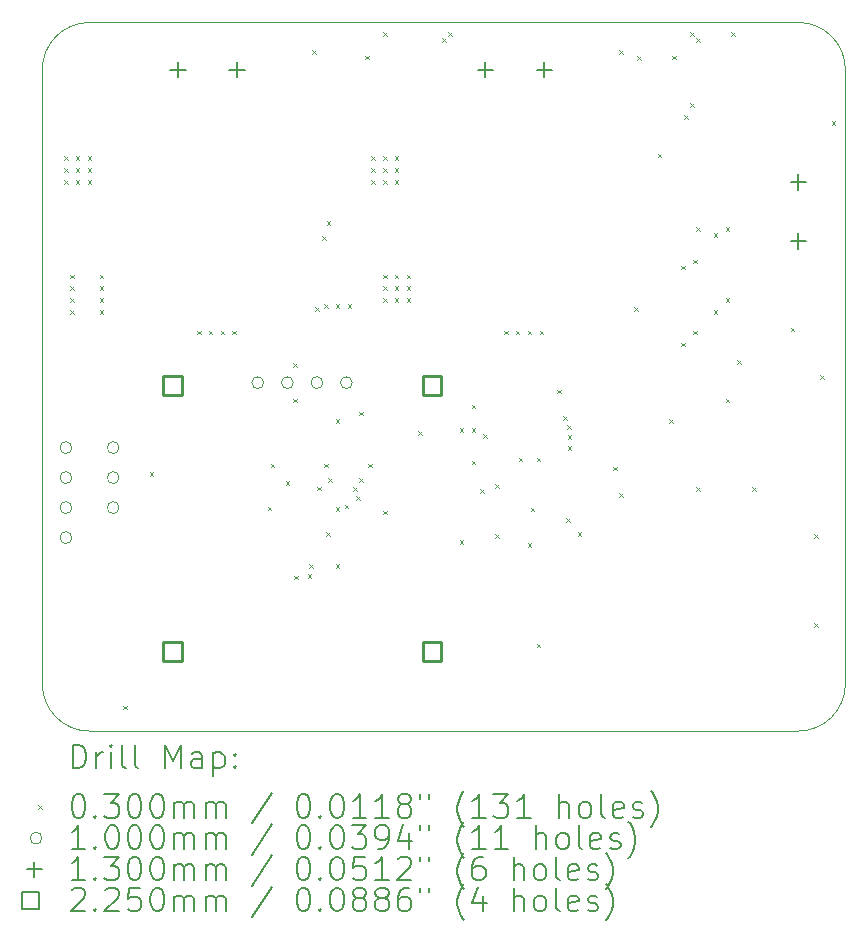
<source format=gbr>
%TF.GenerationSoftware,KiCad,Pcbnew,9.0.1*%
%TF.CreationDate,2025-05-08T09:46:55+02:00*%
%TF.ProjectId,bidirectional-tester,62696469-7265-4637-9469-6f6e616c2d74,rev?*%
%TF.SameCoordinates,Original*%
%TF.FileFunction,Drillmap*%
%TF.FilePolarity,Positive*%
%FSLAX45Y45*%
G04 Gerber Fmt 4.5, Leading zero omitted, Abs format (unit mm)*
G04 Created by KiCad (PCBNEW 9.0.1) date 2025-05-08 09:46:55*
%MOMM*%
%LPD*%
G01*
G04 APERTURE LIST*
%ADD10C,0.050000*%
%ADD11C,0.200000*%
%ADD12C,0.100000*%
%ADD13C,0.130000*%
%ADD14C,0.225000*%
G04 APERTURE END LIST*
D10*
X13400000Y-12600000D02*
G75*
G02*
X13000000Y-13000000I-400000J0D01*
G01*
X13000000Y-13000000D02*
X7000000Y-13000000D01*
X13000000Y-7000000D02*
X7000000Y-7000000D01*
X13400000Y-12600000D02*
X13400000Y-7400000D01*
X7000000Y-13000000D02*
G75*
G02*
X6600000Y-12600000I0J400000D01*
G01*
X13000000Y-7000000D02*
G75*
G02*
X13400000Y-7400000I0J-400000D01*
G01*
X6600000Y-7400000D02*
G75*
G02*
X7000000Y-7000000I400000J0D01*
G01*
X6600000Y-7400000D02*
X6600000Y-12600000D01*
D11*
D12*
X6785000Y-8135000D02*
X6815000Y-8165000D01*
X6815000Y-8135000D02*
X6785000Y-8165000D01*
X6785000Y-8235000D02*
X6815000Y-8265000D01*
X6815000Y-8235000D02*
X6785000Y-8265000D01*
X6785000Y-8335000D02*
X6815000Y-8365000D01*
X6815000Y-8335000D02*
X6785000Y-8365000D01*
X6835000Y-9135000D02*
X6865000Y-9165000D01*
X6865000Y-9135000D02*
X6835000Y-9165000D01*
X6835000Y-9235000D02*
X6865000Y-9265000D01*
X6865000Y-9235000D02*
X6835000Y-9265000D01*
X6835000Y-9335000D02*
X6865000Y-9365000D01*
X6865000Y-9335000D02*
X6835000Y-9365000D01*
X6835000Y-9435000D02*
X6865000Y-9465000D01*
X6865000Y-9435000D02*
X6835000Y-9465000D01*
X6885000Y-8135000D02*
X6915000Y-8165000D01*
X6915000Y-8135000D02*
X6885000Y-8165000D01*
X6885000Y-8235000D02*
X6915000Y-8265000D01*
X6915000Y-8235000D02*
X6885000Y-8265000D01*
X6885000Y-8335000D02*
X6915000Y-8365000D01*
X6915000Y-8335000D02*
X6885000Y-8365000D01*
X6985000Y-8135000D02*
X7015000Y-8165000D01*
X7015000Y-8135000D02*
X6985000Y-8165000D01*
X6985000Y-8235000D02*
X7015000Y-8265000D01*
X7015000Y-8235000D02*
X6985000Y-8265000D01*
X6985000Y-8335000D02*
X7015000Y-8365000D01*
X7015000Y-8335000D02*
X6985000Y-8365000D01*
X7085000Y-9135000D02*
X7115000Y-9165000D01*
X7115000Y-9135000D02*
X7085000Y-9165000D01*
X7085000Y-9235000D02*
X7115000Y-9265000D01*
X7115000Y-9235000D02*
X7085000Y-9265000D01*
X7085000Y-9335000D02*
X7115000Y-9365000D01*
X7115000Y-9335000D02*
X7085000Y-9365000D01*
X7085000Y-9435000D02*
X7115000Y-9465000D01*
X7115000Y-9435000D02*
X7085000Y-9465000D01*
X7285000Y-12785000D02*
X7315000Y-12815000D01*
X7315000Y-12785000D02*
X7285000Y-12815000D01*
X7510000Y-10810000D02*
X7540000Y-10840000D01*
X7540000Y-10810000D02*
X7510000Y-10840000D01*
X7910000Y-9610000D02*
X7940000Y-9640000D01*
X7940000Y-9610000D02*
X7910000Y-9640000D01*
X8010000Y-9610000D02*
X8040000Y-9640000D01*
X8040000Y-9610000D02*
X8010000Y-9640000D01*
X8110000Y-9610000D02*
X8140000Y-9640000D01*
X8140000Y-9610000D02*
X8110000Y-9640000D01*
X8210000Y-9610000D02*
X8240000Y-9640000D01*
X8240000Y-9610000D02*
X8210000Y-9640000D01*
X8510000Y-11100000D02*
X8540000Y-11130000D01*
X8540000Y-11100000D02*
X8510000Y-11130000D01*
X8535000Y-10735000D02*
X8565000Y-10765000D01*
X8565000Y-10735000D02*
X8535000Y-10765000D01*
X8660000Y-10885000D02*
X8690000Y-10915000D01*
X8690000Y-10885000D02*
X8660000Y-10915000D01*
X8725000Y-9885000D02*
X8755000Y-9915000D01*
X8755000Y-9885000D02*
X8725000Y-9915000D01*
X8725000Y-10185000D02*
X8755000Y-10215000D01*
X8755000Y-10185000D02*
X8725000Y-10215000D01*
X8735000Y-11685000D02*
X8765000Y-11715000D01*
X8765000Y-11685000D02*
X8735000Y-11715000D01*
X8847500Y-11672500D02*
X8877500Y-11702500D01*
X8877500Y-11672500D02*
X8847500Y-11702500D01*
X8859161Y-11585839D02*
X8889161Y-11615839D01*
X8889161Y-11585839D02*
X8859161Y-11615839D01*
X8885000Y-7235000D02*
X8915000Y-7265000D01*
X8915000Y-7235000D02*
X8885000Y-7265000D01*
X8909006Y-9410000D02*
X8939006Y-9440000D01*
X8939006Y-9410000D02*
X8909006Y-9440000D01*
X8930000Y-10930000D02*
X8960000Y-10960000D01*
X8960000Y-10930000D02*
X8930000Y-10960000D01*
X8972500Y-8810000D02*
X9002500Y-8840000D01*
X9002500Y-8810000D02*
X8972500Y-8840000D01*
X8985000Y-9385000D02*
X9015000Y-9415000D01*
X9015000Y-9385000D02*
X8985000Y-9415000D01*
X8985000Y-10735000D02*
X9015000Y-10765000D01*
X9015000Y-10735000D02*
X8985000Y-10765000D01*
X9005074Y-11314926D02*
X9035074Y-11344926D01*
X9035074Y-11314926D02*
X9005074Y-11344926D01*
X9010000Y-8685000D02*
X9040000Y-8715000D01*
X9040000Y-8685000D02*
X9010000Y-8715000D01*
X9022500Y-10860000D02*
X9052500Y-10890000D01*
X9052500Y-10860000D02*
X9022500Y-10890000D01*
X9082701Y-11105613D02*
X9112701Y-11135613D01*
X9112701Y-11105613D02*
X9082701Y-11135613D01*
X9085000Y-9385000D02*
X9115000Y-9415000D01*
X9115000Y-9385000D02*
X9085000Y-9415000D01*
X9085000Y-10360000D02*
X9115000Y-10390000D01*
X9115000Y-10360000D02*
X9085000Y-10390000D01*
X9085000Y-11585000D02*
X9115000Y-11615000D01*
X9115000Y-11585000D02*
X9085000Y-11615000D01*
X9160000Y-11085000D02*
X9190000Y-11115000D01*
X9190000Y-11085000D02*
X9160000Y-11115000D01*
X9185000Y-9385000D02*
X9215000Y-9415000D01*
X9215000Y-9385000D02*
X9185000Y-9415000D01*
X9234702Y-10934105D02*
X9264702Y-10964105D01*
X9264702Y-10934105D02*
X9234702Y-10964105D01*
X9260000Y-11010000D02*
X9290000Y-11040000D01*
X9290000Y-11010000D02*
X9260000Y-11040000D01*
X9285000Y-10297500D02*
X9315000Y-10327500D01*
X9315000Y-10297500D02*
X9285000Y-10327500D01*
X9285000Y-10860000D02*
X9315000Y-10890000D01*
X9315000Y-10860000D02*
X9285000Y-10890000D01*
X9334734Y-7282500D02*
X9364734Y-7312500D01*
X9364734Y-7282500D02*
X9334734Y-7312500D01*
X9360000Y-10735000D02*
X9390000Y-10765000D01*
X9390000Y-10735000D02*
X9360000Y-10765000D01*
X9385000Y-8135000D02*
X9415000Y-8165000D01*
X9415000Y-8135000D02*
X9385000Y-8165000D01*
X9385000Y-8235000D02*
X9415000Y-8265000D01*
X9415000Y-8235000D02*
X9385000Y-8265000D01*
X9385000Y-8335000D02*
X9415000Y-8365000D01*
X9415000Y-8335000D02*
X9385000Y-8365000D01*
X9485000Y-7085000D02*
X9515000Y-7115000D01*
X9515000Y-7085000D02*
X9485000Y-7115000D01*
X9485000Y-8135000D02*
X9515000Y-8165000D01*
X9515000Y-8135000D02*
X9485000Y-8165000D01*
X9485000Y-8235000D02*
X9515000Y-8265000D01*
X9515000Y-8235000D02*
X9485000Y-8265000D01*
X9485000Y-8335000D02*
X9515000Y-8365000D01*
X9515000Y-8335000D02*
X9485000Y-8365000D01*
X9485000Y-9135000D02*
X9515000Y-9165000D01*
X9515000Y-9135000D02*
X9485000Y-9165000D01*
X9485000Y-9235000D02*
X9515000Y-9265000D01*
X9515000Y-9235000D02*
X9485000Y-9265000D01*
X9485000Y-9335000D02*
X9515000Y-9365000D01*
X9515000Y-9335000D02*
X9485000Y-9365000D01*
X9485000Y-11135000D02*
X9515000Y-11165000D01*
X9515000Y-11135000D02*
X9485000Y-11165000D01*
X9585000Y-8135000D02*
X9615000Y-8165000D01*
X9615000Y-8135000D02*
X9585000Y-8165000D01*
X9585000Y-8235000D02*
X9615000Y-8265000D01*
X9615000Y-8235000D02*
X9585000Y-8265000D01*
X9585000Y-8335000D02*
X9615000Y-8365000D01*
X9615000Y-8335000D02*
X9585000Y-8365000D01*
X9585000Y-9135000D02*
X9615000Y-9165000D01*
X9615000Y-9135000D02*
X9585000Y-9165000D01*
X9585000Y-9235000D02*
X9615000Y-9265000D01*
X9615000Y-9235000D02*
X9585000Y-9265000D01*
X9585000Y-9335000D02*
X9615000Y-9365000D01*
X9615000Y-9335000D02*
X9585000Y-9365000D01*
X9685000Y-9135000D02*
X9715000Y-9165000D01*
X9715000Y-9135000D02*
X9685000Y-9165000D01*
X9685000Y-9235000D02*
X9715000Y-9265000D01*
X9715000Y-9235000D02*
X9685000Y-9265000D01*
X9685000Y-9335000D02*
X9715000Y-9365000D01*
X9715000Y-9335000D02*
X9685000Y-9365000D01*
X9785000Y-10460000D02*
X9815000Y-10490000D01*
X9815000Y-10460000D02*
X9785000Y-10490000D01*
X9985000Y-7135000D02*
X10015000Y-7165000D01*
X10015000Y-7135000D02*
X9985000Y-7165000D01*
X10035000Y-7085000D02*
X10065000Y-7115000D01*
X10065000Y-7085000D02*
X10035000Y-7115000D01*
X10135000Y-10435000D02*
X10165000Y-10465000D01*
X10165000Y-10435000D02*
X10135000Y-10465000D01*
X10135000Y-11385000D02*
X10165000Y-11415000D01*
X10165000Y-11385000D02*
X10135000Y-11415000D01*
X10235000Y-10235000D02*
X10265000Y-10265000D01*
X10265000Y-10235000D02*
X10235000Y-10265000D01*
X10235000Y-10435000D02*
X10265000Y-10465000D01*
X10265000Y-10435000D02*
X10235000Y-10465000D01*
X10235000Y-10710000D02*
X10265000Y-10740000D01*
X10265000Y-10710000D02*
X10235000Y-10740000D01*
X10310000Y-10950000D02*
X10340000Y-10980000D01*
X10340000Y-10950000D02*
X10310000Y-10980000D01*
X10335000Y-10485000D02*
X10365000Y-10515000D01*
X10365000Y-10485000D02*
X10335000Y-10515000D01*
X10435000Y-10910000D02*
X10465000Y-10940000D01*
X10465000Y-10910000D02*
X10435000Y-10940000D01*
X10435000Y-11335000D02*
X10465000Y-11365000D01*
X10465000Y-11335000D02*
X10435000Y-11365000D01*
X10510000Y-9610000D02*
X10540000Y-9640000D01*
X10540000Y-9610000D02*
X10510000Y-9640000D01*
X10610000Y-9610000D02*
X10640000Y-9640000D01*
X10640000Y-9610000D02*
X10610000Y-9640000D01*
X10635000Y-10685000D02*
X10665000Y-10715000D01*
X10665000Y-10685000D02*
X10635000Y-10715000D01*
X10710000Y-9610000D02*
X10740000Y-9640000D01*
X10740000Y-9610000D02*
X10710000Y-9640000D01*
X10710000Y-11410000D02*
X10740000Y-11440000D01*
X10740000Y-11410000D02*
X10710000Y-11440000D01*
X10735000Y-11110000D02*
X10765000Y-11140000D01*
X10765000Y-11110000D02*
X10735000Y-11140000D01*
X10785000Y-10685000D02*
X10815000Y-10715000D01*
X10815000Y-10685000D02*
X10785000Y-10715000D01*
X10785000Y-12260000D02*
X10815000Y-12290000D01*
X10815000Y-12260000D02*
X10785000Y-12290000D01*
X10810000Y-9610000D02*
X10840000Y-9640000D01*
X10840000Y-9610000D02*
X10810000Y-9640000D01*
X10960000Y-10110000D02*
X10990000Y-10140000D01*
X10990000Y-10110000D02*
X10960000Y-10140000D01*
X11010000Y-10335000D02*
X11040000Y-10365000D01*
X11040000Y-10335000D02*
X11010000Y-10365000D01*
X11034537Y-11197400D02*
X11064537Y-11227400D01*
X11064537Y-11197400D02*
X11034537Y-11227400D01*
X11043592Y-10412131D02*
X11073592Y-10442131D01*
X11073592Y-10412131D02*
X11043592Y-10442131D01*
X11050100Y-10494012D02*
X11080100Y-10524012D01*
X11080100Y-10494012D02*
X11050100Y-10524012D01*
X11050100Y-10586534D02*
X11080100Y-10616534D01*
X11080100Y-10586534D02*
X11050100Y-10616534D01*
X11135000Y-11317400D02*
X11165000Y-11347400D01*
X11165000Y-11317400D02*
X11135000Y-11347400D01*
X11435000Y-10760000D02*
X11465000Y-10790000D01*
X11465000Y-10760000D02*
X11435000Y-10790000D01*
X11485000Y-7235000D02*
X11515000Y-7265000D01*
X11515000Y-7235000D02*
X11485000Y-7265000D01*
X11485000Y-10985000D02*
X11515000Y-11015000D01*
X11515000Y-10985000D02*
X11485000Y-11015000D01*
X11610000Y-9410000D02*
X11640000Y-9440000D01*
X11640000Y-9410000D02*
X11610000Y-9440000D01*
X11635000Y-7285000D02*
X11665000Y-7315000D01*
X11665000Y-7285000D02*
X11635000Y-7315000D01*
X11810000Y-8110000D02*
X11840000Y-8140000D01*
X11840000Y-8110000D02*
X11810000Y-8140000D01*
X11910000Y-10360000D02*
X11940000Y-10390000D01*
X11940000Y-10360000D02*
X11910000Y-10390000D01*
X11934734Y-7282500D02*
X11964734Y-7312500D01*
X11964734Y-7282500D02*
X11934734Y-7312500D01*
X12010000Y-9060000D02*
X12040000Y-9090000D01*
X12040000Y-9060000D02*
X12010000Y-9090000D01*
X12010000Y-9710000D02*
X12040000Y-9740000D01*
X12040000Y-9710000D02*
X12010000Y-9740000D01*
X12035000Y-7785000D02*
X12065000Y-7815000D01*
X12065000Y-7785000D02*
X12035000Y-7815000D01*
X12085000Y-7085000D02*
X12115000Y-7115000D01*
X12115000Y-7085000D02*
X12085000Y-7115000D01*
X12085000Y-7685000D02*
X12115000Y-7715000D01*
X12115000Y-7685000D02*
X12085000Y-7715000D01*
X12110000Y-9010000D02*
X12140000Y-9040000D01*
X12140000Y-9010000D02*
X12110000Y-9040000D01*
X12110000Y-9610000D02*
X12140000Y-9640000D01*
X12140000Y-9610000D02*
X12110000Y-9640000D01*
X12135000Y-7135000D02*
X12165000Y-7165000D01*
X12165000Y-7135000D02*
X12135000Y-7165000D01*
X12135000Y-8735000D02*
X12165000Y-8765000D01*
X12165000Y-8735000D02*
X12135000Y-8765000D01*
X12135000Y-10935000D02*
X12165000Y-10965000D01*
X12165000Y-10935000D02*
X12135000Y-10965000D01*
X12285000Y-8785000D02*
X12315000Y-8815000D01*
X12315000Y-8785000D02*
X12285000Y-8815000D01*
X12285000Y-9435000D02*
X12315000Y-9465000D01*
X12315000Y-9435000D02*
X12285000Y-9465000D01*
X12385000Y-8735000D02*
X12415000Y-8765000D01*
X12415000Y-8735000D02*
X12385000Y-8765000D01*
X12385000Y-9335000D02*
X12415000Y-9365000D01*
X12415000Y-9335000D02*
X12385000Y-9365000D01*
X12385000Y-10185000D02*
X12415000Y-10215000D01*
X12415000Y-10185000D02*
X12385000Y-10215000D01*
X12435000Y-7085000D02*
X12465000Y-7115000D01*
X12465000Y-7085000D02*
X12435000Y-7115000D01*
X12485000Y-9860000D02*
X12515000Y-9890000D01*
X12515000Y-9860000D02*
X12485000Y-9890000D01*
X12610000Y-10935000D02*
X12640000Y-10965000D01*
X12640000Y-10935000D02*
X12610000Y-10965000D01*
X12935000Y-9585000D02*
X12965000Y-9615000D01*
X12965000Y-9585000D02*
X12935000Y-9615000D01*
X13135000Y-11335000D02*
X13165000Y-11365000D01*
X13165000Y-11335000D02*
X13135000Y-11365000D01*
X13135000Y-12085000D02*
X13165000Y-12115000D01*
X13165000Y-12085000D02*
X13135000Y-12115000D01*
X13185000Y-9985000D02*
X13215000Y-10015000D01*
X13215000Y-9985000D02*
X13185000Y-10015000D01*
X13285000Y-7835000D02*
X13315000Y-7865000D01*
X13315000Y-7835000D02*
X13285000Y-7865000D01*
X6850000Y-10600000D02*
G75*
G02*
X6750000Y-10600000I-50000J0D01*
G01*
X6750000Y-10600000D02*
G75*
G02*
X6850000Y-10600000I50000J0D01*
G01*
X6850000Y-10854000D02*
G75*
G02*
X6750000Y-10854000I-50000J0D01*
G01*
X6750000Y-10854000D02*
G75*
G02*
X6850000Y-10854000I50000J0D01*
G01*
X6850000Y-11108000D02*
G75*
G02*
X6750000Y-11108000I-50000J0D01*
G01*
X6750000Y-11108000D02*
G75*
G02*
X6850000Y-11108000I50000J0D01*
G01*
X6850000Y-11362000D02*
G75*
G02*
X6750000Y-11362000I-50000J0D01*
G01*
X6750000Y-11362000D02*
G75*
G02*
X6850000Y-11362000I50000J0D01*
G01*
X7250000Y-10600000D02*
G75*
G02*
X7150000Y-10600000I-50000J0D01*
G01*
X7150000Y-10600000D02*
G75*
G02*
X7250000Y-10600000I50000J0D01*
G01*
X7250000Y-10854000D02*
G75*
G02*
X7150000Y-10854000I-50000J0D01*
G01*
X7150000Y-10854000D02*
G75*
G02*
X7250000Y-10854000I50000J0D01*
G01*
X7250000Y-11108000D02*
G75*
G02*
X7150000Y-11108000I-50000J0D01*
G01*
X7150000Y-11108000D02*
G75*
G02*
X7250000Y-11108000I50000J0D01*
G01*
X8475000Y-10050000D02*
G75*
G02*
X8375000Y-10050000I-50000J0D01*
G01*
X8375000Y-10050000D02*
G75*
G02*
X8475000Y-10050000I50000J0D01*
G01*
X8725000Y-10050000D02*
G75*
G02*
X8625000Y-10050000I-50000J0D01*
G01*
X8625000Y-10050000D02*
G75*
G02*
X8725000Y-10050000I50000J0D01*
G01*
X8975000Y-10050000D02*
G75*
G02*
X8875000Y-10050000I-50000J0D01*
G01*
X8875000Y-10050000D02*
G75*
G02*
X8975000Y-10050000I50000J0D01*
G01*
X9225000Y-10050000D02*
G75*
G02*
X9125000Y-10050000I-50000J0D01*
G01*
X9125000Y-10050000D02*
G75*
G02*
X9225000Y-10050000I50000J0D01*
G01*
D13*
X7750000Y-7335000D02*
X7750000Y-7465000D01*
X7685000Y-7400000D02*
X7815000Y-7400000D01*
X8250000Y-7335000D02*
X8250000Y-7465000D01*
X8185000Y-7400000D02*
X8315000Y-7400000D01*
X10350000Y-7335000D02*
X10350000Y-7465000D01*
X10285000Y-7400000D02*
X10415000Y-7400000D01*
X10850000Y-7335000D02*
X10850000Y-7465000D01*
X10785000Y-7400000D02*
X10915000Y-7400000D01*
X13000000Y-8285000D02*
X13000000Y-8415000D01*
X12935000Y-8350000D02*
X13065000Y-8350000D01*
X13000000Y-8785000D02*
X13000000Y-8915000D01*
X12935000Y-8850000D02*
X13065000Y-8850000D01*
D14*
X7779550Y-10154550D02*
X7779550Y-9995450D01*
X7620450Y-9995450D01*
X7620450Y-10154550D01*
X7779550Y-10154550D01*
X7779550Y-12404550D02*
X7779550Y-12245450D01*
X7620450Y-12245450D01*
X7620450Y-12404550D01*
X7779550Y-12404550D01*
X9979550Y-10154550D02*
X9979550Y-9995450D01*
X9820450Y-9995450D01*
X9820450Y-10154550D01*
X9979550Y-10154550D01*
X9979550Y-12404550D02*
X9979550Y-12245450D01*
X9820450Y-12245450D01*
X9820450Y-12404550D01*
X9979550Y-12404550D01*
D11*
X6858277Y-13313984D02*
X6858277Y-13113984D01*
X6858277Y-13113984D02*
X6905896Y-13113984D01*
X6905896Y-13113984D02*
X6934467Y-13123508D01*
X6934467Y-13123508D02*
X6953515Y-13142555D01*
X6953515Y-13142555D02*
X6963039Y-13161603D01*
X6963039Y-13161603D02*
X6972562Y-13199698D01*
X6972562Y-13199698D02*
X6972562Y-13228269D01*
X6972562Y-13228269D02*
X6963039Y-13266365D01*
X6963039Y-13266365D02*
X6953515Y-13285412D01*
X6953515Y-13285412D02*
X6934467Y-13304460D01*
X6934467Y-13304460D02*
X6905896Y-13313984D01*
X6905896Y-13313984D02*
X6858277Y-13313984D01*
X7058277Y-13313984D02*
X7058277Y-13180650D01*
X7058277Y-13218746D02*
X7067801Y-13199698D01*
X7067801Y-13199698D02*
X7077324Y-13190174D01*
X7077324Y-13190174D02*
X7096372Y-13180650D01*
X7096372Y-13180650D02*
X7115420Y-13180650D01*
X7182086Y-13313984D02*
X7182086Y-13180650D01*
X7182086Y-13113984D02*
X7172562Y-13123508D01*
X7172562Y-13123508D02*
X7182086Y-13133031D01*
X7182086Y-13133031D02*
X7191610Y-13123508D01*
X7191610Y-13123508D02*
X7182086Y-13113984D01*
X7182086Y-13113984D02*
X7182086Y-13133031D01*
X7305896Y-13313984D02*
X7286848Y-13304460D01*
X7286848Y-13304460D02*
X7277324Y-13285412D01*
X7277324Y-13285412D02*
X7277324Y-13113984D01*
X7410658Y-13313984D02*
X7391610Y-13304460D01*
X7391610Y-13304460D02*
X7382086Y-13285412D01*
X7382086Y-13285412D02*
X7382086Y-13113984D01*
X7639229Y-13313984D02*
X7639229Y-13113984D01*
X7639229Y-13113984D02*
X7705896Y-13256841D01*
X7705896Y-13256841D02*
X7772562Y-13113984D01*
X7772562Y-13113984D02*
X7772562Y-13313984D01*
X7953515Y-13313984D02*
X7953515Y-13209222D01*
X7953515Y-13209222D02*
X7943991Y-13190174D01*
X7943991Y-13190174D02*
X7924943Y-13180650D01*
X7924943Y-13180650D02*
X7886848Y-13180650D01*
X7886848Y-13180650D02*
X7867801Y-13190174D01*
X7953515Y-13304460D02*
X7934467Y-13313984D01*
X7934467Y-13313984D02*
X7886848Y-13313984D01*
X7886848Y-13313984D02*
X7867801Y-13304460D01*
X7867801Y-13304460D02*
X7858277Y-13285412D01*
X7858277Y-13285412D02*
X7858277Y-13266365D01*
X7858277Y-13266365D02*
X7867801Y-13247317D01*
X7867801Y-13247317D02*
X7886848Y-13237793D01*
X7886848Y-13237793D02*
X7934467Y-13237793D01*
X7934467Y-13237793D02*
X7953515Y-13228269D01*
X8048753Y-13180650D02*
X8048753Y-13380650D01*
X8048753Y-13190174D02*
X8067801Y-13180650D01*
X8067801Y-13180650D02*
X8105896Y-13180650D01*
X8105896Y-13180650D02*
X8124943Y-13190174D01*
X8124943Y-13190174D02*
X8134467Y-13199698D01*
X8134467Y-13199698D02*
X8143991Y-13218746D01*
X8143991Y-13218746D02*
X8143991Y-13275888D01*
X8143991Y-13275888D02*
X8134467Y-13294936D01*
X8134467Y-13294936D02*
X8124943Y-13304460D01*
X8124943Y-13304460D02*
X8105896Y-13313984D01*
X8105896Y-13313984D02*
X8067801Y-13313984D01*
X8067801Y-13313984D02*
X8048753Y-13304460D01*
X8229705Y-13294936D02*
X8239229Y-13304460D01*
X8239229Y-13304460D02*
X8229705Y-13313984D01*
X8229705Y-13313984D02*
X8220182Y-13304460D01*
X8220182Y-13304460D02*
X8229705Y-13294936D01*
X8229705Y-13294936D02*
X8229705Y-13313984D01*
X8229705Y-13190174D02*
X8239229Y-13199698D01*
X8239229Y-13199698D02*
X8229705Y-13209222D01*
X8229705Y-13209222D02*
X8220182Y-13199698D01*
X8220182Y-13199698D02*
X8229705Y-13190174D01*
X8229705Y-13190174D02*
X8229705Y-13209222D01*
D12*
X6567500Y-13627500D02*
X6597500Y-13657500D01*
X6597500Y-13627500D02*
X6567500Y-13657500D01*
D11*
X6896372Y-13533984D02*
X6915420Y-13533984D01*
X6915420Y-13533984D02*
X6934467Y-13543508D01*
X6934467Y-13543508D02*
X6943991Y-13553031D01*
X6943991Y-13553031D02*
X6953515Y-13572079D01*
X6953515Y-13572079D02*
X6963039Y-13610174D01*
X6963039Y-13610174D02*
X6963039Y-13657793D01*
X6963039Y-13657793D02*
X6953515Y-13695888D01*
X6953515Y-13695888D02*
X6943991Y-13714936D01*
X6943991Y-13714936D02*
X6934467Y-13724460D01*
X6934467Y-13724460D02*
X6915420Y-13733984D01*
X6915420Y-13733984D02*
X6896372Y-13733984D01*
X6896372Y-13733984D02*
X6877324Y-13724460D01*
X6877324Y-13724460D02*
X6867801Y-13714936D01*
X6867801Y-13714936D02*
X6858277Y-13695888D01*
X6858277Y-13695888D02*
X6848753Y-13657793D01*
X6848753Y-13657793D02*
X6848753Y-13610174D01*
X6848753Y-13610174D02*
X6858277Y-13572079D01*
X6858277Y-13572079D02*
X6867801Y-13553031D01*
X6867801Y-13553031D02*
X6877324Y-13543508D01*
X6877324Y-13543508D02*
X6896372Y-13533984D01*
X7048753Y-13714936D02*
X7058277Y-13724460D01*
X7058277Y-13724460D02*
X7048753Y-13733984D01*
X7048753Y-13733984D02*
X7039229Y-13724460D01*
X7039229Y-13724460D02*
X7048753Y-13714936D01*
X7048753Y-13714936D02*
X7048753Y-13733984D01*
X7124943Y-13533984D02*
X7248753Y-13533984D01*
X7248753Y-13533984D02*
X7182086Y-13610174D01*
X7182086Y-13610174D02*
X7210658Y-13610174D01*
X7210658Y-13610174D02*
X7229705Y-13619698D01*
X7229705Y-13619698D02*
X7239229Y-13629222D01*
X7239229Y-13629222D02*
X7248753Y-13648269D01*
X7248753Y-13648269D02*
X7248753Y-13695888D01*
X7248753Y-13695888D02*
X7239229Y-13714936D01*
X7239229Y-13714936D02*
X7229705Y-13724460D01*
X7229705Y-13724460D02*
X7210658Y-13733984D01*
X7210658Y-13733984D02*
X7153515Y-13733984D01*
X7153515Y-13733984D02*
X7134467Y-13724460D01*
X7134467Y-13724460D02*
X7124943Y-13714936D01*
X7372562Y-13533984D02*
X7391610Y-13533984D01*
X7391610Y-13533984D02*
X7410658Y-13543508D01*
X7410658Y-13543508D02*
X7420182Y-13553031D01*
X7420182Y-13553031D02*
X7429705Y-13572079D01*
X7429705Y-13572079D02*
X7439229Y-13610174D01*
X7439229Y-13610174D02*
X7439229Y-13657793D01*
X7439229Y-13657793D02*
X7429705Y-13695888D01*
X7429705Y-13695888D02*
X7420182Y-13714936D01*
X7420182Y-13714936D02*
X7410658Y-13724460D01*
X7410658Y-13724460D02*
X7391610Y-13733984D01*
X7391610Y-13733984D02*
X7372562Y-13733984D01*
X7372562Y-13733984D02*
X7353515Y-13724460D01*
X7353515Y-13724460D02*
X7343991Y-13714936D01*
X7343991Y-13714936D02*
X7334467Y-13695888D01*
X7334467Y-13695888D02*
X7324943Y-13657793D01*
X7324943Y-13657793D02*
X7324943Y-13610174D01*
X7324943Y-13610174D02*
X7334467Y-13572079D01*
X7334467Y-13572079D02*
X7343991Y-13553031D01*
X7343991Y-13553031D02*
X7353515Y-13543508D01*
X7353515Y-13543508D02*
X7372562Y-13533984D01*
X7563039Y-13533984D02*
X7582086Y-13533984D01*
X7582086Y-13533984D02*
X7601134Y-13543508D01*
X7601134Y-13543508D02*
X7610658Y-13553031D01*
X7610658Y-13553031D02*
X7620182Y-13572079D01*
X7620182Y-13572079D02*
X7629705Y-13610174D01*
X7629705Y-13610174D02*
X7629705Y-13657793D01*
X7629705Y-13657793D02*
X7620182Y-13695888D01*
X7620182Y-13695888D02*
X7610658Y-13714936D01*
X7610658Y-13714936D02*
X7601134Y-13724460D01*
X7601134Y-13724460D02*
X7582086Y-13733984D01*
X7582086Y-13733984D02*
X7563039Y-13733984D01*
X7563039Y-13733984D02*
X7543991Y-13724460D01*
X7543991Y-13724460D02*
X7534467Y-13714936D01*
X7534467Y-13714936D02*
X7524943Y-13695888D01*
X7524943Y-13695888D02*
X7515420Y-13657793D01*
X7515420Y-13657793D02*
X7515420Y-13610174D01*
X7515420Y-13610174D02*
X7524943Y-13572079D01*
X7524943Y-13572079D02*
X7534467Y-13553031D01*
X7534467Y-13553031D02*
X7543991Y-13543508D01*
X7543991Y-13543508D02*
X7563039Y-13533984D01*
X7715420Y-13733984D02*
X7715420Y-13600650D01*
X7715420Y-13619698D02*
X7724943Y-13610174D01*
X7724943Y-13610174D02*
X7743991Y-13600650D01*
X7743991Y-13600650D02*
X7772563Y-13600650D01*
X7772563Y-13600650D02*
X7791610Y-13610174D01*
X7791610Y-13610174D02*
X7801134Y-13629222D01*
X7801134Y-13629222D02*
X7801134Y-13733984D01*
X7801134Y-13629222D02*
X7810658Y-13610174D01*
X7810658Y-13610174D02*
X7829705Y-13600650D01*
X7829705Y-13600650D02*
X7858277Y-13600650D01*
X7858277Y-13600650D02*
X7877324Y-13610174D01*
X7877324Y-13610174D02*
X7886848Y-13629222D01*
X7886848Y-13629222D02*
X7886848Y-13733984D01*
X7982086Y-13733984D02*
X7982086Y-13600650D01*
X7982086Y-13619698D02*
X7991610Y-13610174D01*
X7991610Y-13610174D02*
X8010658Y-13600650D01*
X8010658Y-13600650D02*
X8039229Y-13600650D01*
X8039229Y-13600650D02*
X8058277Y-13610174D01*
X8058277Y-13610174D02*
X8067801Y-13629222D01*
X8067801Y-13629222D02*
X8067801Y-13733984D01*
X8067801Y-13629222D02*
X8077324Y-13610174D01*
X8077324Y-13610174D02*
X8096372Y-13600650D01*
X8096372Y-13600650D02*
X8124943Y-13600650D01*
X8124943Y-13600650D02*
X8143991Y-13610174D01*
X8143991Y-13610174D02*
X8153515Y-13629222D01*
X8153515Y-13629222D02*
X8153515Y-13733984D01*
X8543991Y-13524460D02*
X8372563Y-13781603D01*
X8801134Y-13533984D02*
X8820182Y-13533984D01*
X8820182Y-13533984D02*
X8839229Y-13543508D01*
X8839229Y-13543508D02*
X8848753Y-13553031D01*
X8848753Y-13553031D02*
X8858277Y-13572079D01*
X8858277Y-13572079D02*
X8867801Y-13610174D01*
X8867801Y-13610174D02*
X8867801Y-13657793D01*
X8867801Y-13657793D02*
X8858277Y-13695888D01*
X8858277Y-13695888D02*
X8848753Y-13714936D01*
X8848753Y-13714936D02*
X8839229Y-13724460D01*
X8839229Y-13724460D02*
X8820182Y-13733984D01*
X8820182Y-13733984D02*
X8801134Y-13733984D01*
X8801134Y-13733984D02*
X8782087Y-13724460D01*
X8782087Y-13724460D02*
X8772563Y-13714936D01*
X8772563Y-13714936D02*
X8763039Y-13695888D01*
X8763039Y-13695888D02*
X8753515Y-13657793D01*
X8753515Y-13657793D02*
X8753515Y-13610174D01*
X8753515Y-13610174D02*
X8763039Y-13572079D01*
X8763039Y-13572079D02*
X8772563Y-13553031D01*
X8772563Y-13553031D02*
X8782087Y-13543508D01*
X8782087Y-13543508D02*
X8801134Y-13533984D01*
X8953515Y-13714936D02*
X8963039Y-13724460D01*
X8963039Y-13724460D02*
X8953515Y-13733984D01*
X8953515Y-13733984D02*
X8943991Y-13724460D01*
X8943991Y-13724460D02*
X8953515Y-13714936D01*
X8953515Y-13714936D02*
X8953515Y-13733984D01*
X9086848Y-13533984D02*
X9105896Y-13533984D01*
X9105896Y-13533984D02*
X9124944Y-13543508D01*
X9124944Y-13543508D02*
X9134468Y-13553031D01*
X9134468Y-13553031D02*
X9143991Y-13572079D01*
X9143991Y-13572079D02*
X9153515Y-13610174D01*
X9153515Y-13610174D02*
X9153515Y-13657793D01*
X9153515Y-13657793D02*
X9143991Y-13695888D01*
X9143991Y-13695888D02*
X9134468Y-13714936D01*
X9134468Y-13714936D02*
X9124944Y-13724460D01*
X9124944Y-13724460D02*
X9105896Y-13733984D01*
X9105896Y-13733984D02*
X9086848Y-13733984D01*
X9086848Y-13733984D02*
X9067801Y-13724460D01*
X9067801Y-13724460D02*
X9058277Y-13714936D01*
X9058277Y-13714936D02*
X9048753Y-13695888D01*
X9048753Y-13695888D02*
X9039229Y-13657793D01*
X9039229Y-13657793D02*
X9039229Y-13610174D01*
X9039229Y-13610174D02*
X9048753Y-13572079D01*
X9048753Y-13572079D02*
X9058277Y-13553031D01*
X9058277Y-13553031D02*
X9067801Y-13543508D01*
X9067801Y-13543508D02*
X9086848Y-13533984D01*
X9343991Y-13733984D02*
X9229706Y-13733984D01*
X9286848Y-13733984D02*
X9286848Y-13533984D01*
X9286848Y-13533984D02*
X9267801Y-13562555D01*
X9267801Y-13562555D02*
X9248753Y-13581603D01*
X9248753Y-13581603D02*
X9229706Y-13591127D01*
X9534468Y-13733984D02*
X9420182Y-13733984D01*
X9477325Y-13733984D02*
X9477325Y-13533984D01*
X9477325Y-13533984D02*
X9458277Y-13562555D01*
X9458277Y-13562555D02*
X9439229Y-13581603D01*
X9439229Y-13581603D02*
X9420182Y-13591127D01*
X9648753Y-13619698D02*
X9629706Y-13610174D01*
X9629706Y-13610174D02*
X9620182Y-13600650D01*
X9620182Y-13600650D02*
X9610658Y-13581603D01*
X9610658Y-13581603D02*
X9610658Y-13572079D01*
X9610658Y-13572079D02*
X9620182Y-13553031D01*
X9620182Y-13553031D02*
X9629706Y-13543508D01*
X9629706Y-13543508D02*
X9648753Y-13533984D01*
X9648753Y-13533984D02*
X9686849Y-13533984D01*
X9686849Y-13533984D02*
X9705896Y-13543508D01*
X9705896Y-13543508D02*
X9715420Y-13553031D01*
X9715420Y-13553031D02*
X9724944Y-13572079D01*
X9724944Y-13572079D02*
X9724944Y-13581603D01*
X9724944Y-13581603D02*
X9715420Y-13600650D01*
X9715420Y-13600650D02*
X9705896Y-13610174D01*
X9705896Y-13610174D02*
X9686849Y-13619698D01*
X9686849Y-13619698D02*
X9648753Y-13619698D01*
X9648753Y-13619698D02*
X9629706Y-13629222D01*
X9629706Y-13629222D02*
X9620182Y-13638746D01*
X9620182Y-13638746D02*
X9610658Y-13657793D01*
X9610658Y-13657793D02*
X9610658Y-13695888D01*
X9610658Y-13695888D02*
X9620182Y-13714936D01*
X9620182Y-13714936D02*
X9629706Y-13724460D01*
X9629706Y-13724460D02*
X9648753Y-13733984D01*
X9648753Y-13733984D02*
X9686849Y-13733984D01*
X9686849Y-13733984D02*
X9705896Y-13724460D01*
X9705896Y-13724460D02*
X9715420Y-13714936D01*
X9715420Y-13714936D02*
X9724944Y-13695888D01*
X9724944Y-13695888D02*
X9724944Y-13657793D01*
X9724944Y-13657793D02*
X9715420Y-13638746D01*
X9715420Y-13638746D02*
X9705896Y-13629222D01*
X9705896Y-13629222D02*
X9686849Y-13619698D01*
X9801134Y-13533984D02*
X9801134Y-13572079D01*
X9877325Y-13533984D02*
X9877325Y-13572079D01*
X10172563Y-13810174D02*
X10163039Y-13800650D01*
X10163039Y-13800650D02*
X10143991Y-13772079D01*
X10143991Y-13772079D02*
X10134468Y-13753031D01*
X10134468Y-13753031D02*
X10124944Y-13724460D01*
X10124944Y-13724460D02*
X10115420Y-13676841D01*
X10115420Y-13676841D02*
X10115420Y-13638746D01*
X10115420Y-13638746D02*
X10124944Y-13591127D01*
X10124944Y-13591127D02*
X10134468Y-13562555D01*
X10134468Y-13562555D02*
X10143991Y-13543508D01*
X10143991Y-13543508D02*
X10163039Y-13514936D01*
X10163039Y-13514936D02*
X10172563Y-13505412D01*
X10353515Y-13733984D02*
X10239230Y-13733984D01*
X10296372Y-13733984D02*
X10296372Y-13533984D01*
X10296372Y-13533984D02*
X10277325Y-13562555D01*
X10277325Y-13562555D02*
X10258277Y-13581603D01*
X10258277Y-13581603D02*
X10239230Y-13591127D01*
X10420182Y-13533984D02*
X10543991Y-13533984D01*
X10543991Y-13533984D02*
X10477325Y-13610174D01*
X10477325Y-13610174D02*
X10505896Y-13610174D01*
X10505896Y-13610174D02*
X10524944Y-13619698D01*
X10524944Y-13619698D02*
X10534468Y-13629222D01*
X10534468Y-13629222D02*
X10543991Y-13648269D01*
X10543991Y-13648269D02*
X10543991Y-13695888D01*
X10543991Y-13695888D02*
X10534468Y-13714936D01*
X10534468Y-13714936D02*
X10524944Y-13724460D01*
X10524944Y-13724460D02*
X10505896Y-13733984D01*
X10505896Y-13733984D02*
X10448753Y-13733984D01*
X10448753Y-13733984D02*
X10429706Y-13724460D01*
X10429706Y-13724460D02*
X10420182Y-13714936D01*
X10734468Y-13733984D02*
X10620182Y-13733984D01*
X10677325Y-13733984D02*
X10677325Y-13533984D01*
X10677325Y-13533984D02*
X10658277Y-13562555D01*
X10658277Y-13562555D02*
X10639230Y-13581603D01*
X10639230Y-13581603D02*
X10620182Y-13591127D01*
X10972563Y-13733984D02*
X10972563Y-13533984D01*
X11058277Y-13733984D02*
X11058277Y-13629222D01*
X11058277Y-13629222D02*
X11048753Y-13610174D01*
X11048753Y-13610174D02*
X11029706Y-13600650D01*
X11029706Y-13600650D02*
X11001134Y-13600650D01*
X11001134Y-13600650D02*
X10982087Y-13610174D01*
X10982087Y-13610174D02*
X10972563Y-13619698D01*
X11182087Y-13733984D02*
X11163039Y-13724460D01*
X11163039Y-13724460D02*
X11153515Y-13714936D01*
X11153515Y-13714936D02*
X11143992Y-13695888D01*
X11143992Y-13695888D02*
X11143992Y-13638746D01*
X11143992Y-13638746D02*
X11153515Y-13619698D01*
X11153515Y-13619698D02*
X11163039Y-13610174D01*
X11163039Y-13610174D02*
X11182087Y-13600650D01*
X11182087Y-13600650D02*
X11210658Y-13600650D01*
X11210658Y-13600650D02*
X11229706Y-13610174D01*
X11229706Y-13610174D02*
X11239230Y-13619698D01*
X11239230Y-13619698D02*
X11248753Y-13638746D01*
X11248753Y-13638746D02*
X11248753Y-13695888D01*
X11248753Y-13695888D02*
X11239230Y-13714936D01*
X11239230Y-13714936D02*
X11229706Y-13724460D01*
X11229706Y-13724460D02*
X11210658Y-13733984D01*
X11210658Y-13733984D02*
X11182087Y-13733984D01*
X11363039Y-13733984D02*
X11343991Y-13724460D01*
X11343991Y-13724460D02*
X11334468Y-13705412D01*
X11334468Y-13705412D02*
X11334468Y-13533984D01*
X11515420Y-13724460D02*
X11496372Y-13733984D01*
X11496372Y-13733984D02*
X11458277Y-13733984D01*
X11458277Y-13733984D02*
X11439230Y-13724460D01*
X11439230Y-13724460D02*
X11429706Y-13705412D01*
X11429706Y-13705412D02*
X11429706Y-13629222D01*
X11429706Y-13629222D02*
X11439230Y-13610174D01*
X11439230Y-13610174D02*
X11458277Y-13600650D01*
X11458277Y-13600650D02*
X11496372Y-13600650D01*
X11496372Y-13600650D02*
X11515420Y-13610174D01*
X11515420Y-13610174D02*
X11524944Y-13629222D01*
X11524944Y-13629222D02*
X11524944Y-13648269D01*
X11524944Y-13648269D02*
X11429706Y-13667317D01*
X11601134Y-13724460D02*
X11620182Y-13733984D01*
X11620182Y-13733984D02*
X11658277Y-13733984D01*
X11658277Y-13733984D02*
X11677325Y-13724460D01*
X11677325Y-13724460D02*
X11686849Y-13705412D01*
X11686849Y-13705412D02*
X11686849Y-13695888D01*
X11686849Y-13695888D02*
X11677325Y-13676841D01*
X11677325Y-13676841D02*
X11658277Y-13667317D01*
X11658277Y-13667317D02*
X11629706Y-13667317D01*
X11629706Y-13667317D02*
X11610658Y-13657793D01*
X11610658Y-13657793D02*
X11601134Y-13638746D01*
X11601134Y-13638746D02*
X11601134Y-13629222D01*
X11601134Y-13629222D02*
X11610658Y-13610174D01*
X11610658Y-13610174D02*
X11629706Y-13600650D01*
X11629706Y-13600650D02*
X11658277Y-13600650D01*
X11658277Y-13600650D02*
X11677325Y-13610174D01*
X11753515Y-13810174D02*
X11763039Y-13800650D01*
X11763039Y-13800650D02*
X11782087Y-13772079D01*
X11782087Y-13772079D02*
X11791611Y-13753031D01*
X11791611Y-13753031D02*
X11801134Y-13724460D01*
X11801134Y-13724460D02*
X11810658Y-13676841D01*
X11810658Y-13676841D02*
X11810658Y-13638746D01*
X11810658Y-13638746D02*
X11801134Y-13591127D01*
X11801134Y-13591127D02*
X11791611Y-13562555D01*
X11791611Y-13562555D02*
X11782087Y-13543508D01*
X11782087Y-13543508D02*
X11763039Y-13514936D01*
X11763039Y-13514936D02*
X11753515Y-13505412D01*
D12*
X6597500Y-13906500D02*
G75*
G02*
X6497500Y-13906500I-50000J0D01*
G01*
X6497500Y-13906500D02*
G75*
G02*
X6597500Y-13906500I50000J0D01*
G01*
D11*
X6963039Y-13997984D02*
X6848753Y-13997984D01*
X6905896Y-13997984D02*
X6905896Y-13797984D01*
X6905896Y-13797984D02*
X6886848Y-13826555D01*
X6886848Y-13826555D02*
X6867801Y-13845603D01*
X6867801Y-13845603D02*
X6848753Y-13855127D01*
X7048753Y-13978936D02*
X7058277Y-13988460D01*
X7058277Y-13988460D02*
X7048753Y-13997984D01*
X7048753Y-13997984D02*
X7039229Y-13988460D01*
X7039229Y-13988460D02*
X7048753Y-13978936D01*
X7048753Y-13978936D02*
X7048753Y-13997984D01*
X7182086Y-13797984D02*
X7201134Y-13797984D01*
X7201134Y-13797984D02*
X7220182Y-13807508D01*
X7220182Y-13807508D02*
X7229705Y-13817031D01*
X7229705Y-13817031D02*
X7239229Y-13836079D01*
X7239229Y-13836079D02*
X7248753Y-13874174D01*
X7248753Y-13874174D02*
X7248753Y-13921793D01*
X7248753Y-13921793D02*
X7239229Y-13959888D01*
X7239229Y-13959888D02*
X7229705Y-13978936D01*
X7229705Y-13978936D02*
X7220182Y-13988460D01*
X7220182Y-13988460D02*
X7201134Y-13997984D01*
X7201134Y-13997984D02*
X7182086Y-13997984D01*
X7182086Y-13997984D02*
X7163039Y-13988460D01*
X7163039Y-13988460D02*
X7153515Y-13978936D01*
X7153515Y-13978936D02*
X7143991Y-13959888D01*
X7143991Y-13959888D02*
X7134467Y-13921793D01*
X7134467Y-13921793D02*
X7134467Y-13874174D01*
X7134467Y-13874174D02*
X7143991Y-13836079D01*
X7143991Y-13836079D02*
X7153515Y-13817031D01*
X7153515Y-13817031D02*
X7163039Y-13807508D01*
X7163039Y-13807508D02*
X7182086Y-13797984D01*
X7372562Y-13797984D02*
X7391610Y-13797984D01*
X7391610Y-13797984D02*
X7410658Y-13807508D01*
X7410658Y-13807508D02*
X7420182Y-13817031D01*
X7420182Y-13817031D02*
X7429705Y-13836079D01*
X7429705Y-13836079D02*
X7439229Y-13874174D01*
X7439229Y-13874174D02*
X7439229Y-13921793D01*
X7439229Y-13921793D02*
X7429705Y-13959888D01*
X7429705Y-13959888D02*
X7420182Y-13978936D01*
X7420182Y-13978936D02*
X7410658Y-13988460D01*
X7410658Y-13988460D02*
X7391610Y-13997984D01*
X7391610Y-13997984D02*
X7372562Y-13997984D01*
X7372562Y-13997984D02*
X7353515Y-13988460D01*
X7353515Y-13988460D02*
X7343991Y-13978936D01*
X7343991Y-13978936D02*
X7334467Y-13959888D01*
X7334467Y-13959888D02*
X7324943Y-13921793D01*
X7324943Y-13921793D02*
X7324943Y-13874174D01*
X7324943Y-13874174D02*
X7334467Y-13836079D01*
X7334467Y-13836079D02*
X7343991Y-13817031D01*
X7343991Y-13817031D02*
X7353515Y-13807508D01*
X7353515Y-13807508D02*
X7372562Y-13797984D01*
X7563039Y-13797984D02*
X7582086Y-13797984D01*
X7582086Y-13797984D02*
X7601134Y-13807508D01*
X7601134Y-13807508D02*
X7610658Y-13817031D01*
X7610658Y-13817031D02*
X7620182Y-13836079D01*
X7620182Y-13836079D02*
X7629705Y-13874174D01*
X7629705Y-13874174D02*
X7629705Y-13921793D01*
X7629705Y-13921793D02*
X7620182Y-13959888D01*
X7620182Y-13959888D02*
X7610658Y-13978936D01*
X7610658Y-13978936D02*
X7601134Y-13988460D01*
X7601134Y-13988460D02*
X7582086Y-13997984D01*
X7582086Y-13997984D02*
X7563039Y-13997984D01*
X7563039Y-13997984D02*
X7543991Y-13988460D01*
X7543991Y-13988460D02*
X7534467Y-13978936D01*
X7534467Y-13978936D02*
X7524943Y-13959888D01*
X7524943Y-13959888D02*
X7515420Y-13921793D01*
X7515420Y-13921793D02*
X7515420Y-13874174D01*
X7515420Y-13874174D02*
X7524943Y-13836079D01*
X7524943Y-13836079D02*
X7534467Y-13817031D01*
X7534467Y-13817031D02*
X7543991Y-13807508D01*
X7543991Y-13807508D02*
X7563039Y-13797984D01*
X7715420Y-13997984D02*
X7715420Y-13864650D01*
X7715420Y-13883698D02*
X7724943Y-13874174D01*
X7724943Y-13874174D02*
X7743991Y-13864650D01*
X7743991Y-13864650D02*
X7772563Y-13864650D01*
X7772563Y-13864650D02*
X7791610Y-13874174D01*
X7791610Y-13874174D02*
X7801134Y-13893222D01*
X7801134Y-13893222D02*
X7801134Y-13997984D01*
X7801134Y-13893222D02*
X7810658Y-13874174D01*
X7810658Y-13874174D02*
X7829705Y-13864650D01*
X7829705Y-13864650D02*
X7858277Y-13864650D01*
X7858277Y-13864650D02*
X7877324Y-13874174D01*
X7877324Y-13874174D02*
X7886848Y-13893222D01*
X7886848Y-13893222D02*
X7886848Y-13997984D01*
X7982086Y-13997984D02*
X7982086Y-13864650D01*
X7982086Y-13883698D02*
X7991610Y-13874174D01*
X7991610Y-13874174D02*
X8010658Y-13864650D01*
X8010658Y-13864650D02*
X8039229Y-13864650D01*
X8039229Y-13864650D02*
X8058277Y-13874174D01*
X8058277Y-13874174D02*
X8067801Y-13893222D01*
X8067801Y-13893222D02*
X8067801Y-13997984D01*
X8067801Y-13893222D02*
X8077324Y-13874174D01*
X8077324Y-13874174D02*
X8096372Y-13864650D01*
X8096372Y-13864650D02*
X8124943Y-13864650D01*
X8124943Y-13864650D02*
X8143991Y-13874174D01*
X8143991Y-13874174D02*
X8153515Y-13893222D01*
X8153515Y-13893222D02*
X8153515Y-13997984D01*
X8543991Y-13788460D02*
X8372563Y-14045603D01*
X8801134Y-13797984D02*
X8820182Y-13797984D01*
X8820182Y-13797984D02*
X8839229Y-13807508D01*
X8839229Y-13807508D02*
X8848753Y-13817031D01*
X8848753Y-13817031D02*
X8858277Y-13836079D01*
X8858277Y-13836079D02*
X8867801Y-13874174D01*
X8867801Y-13874174D02*
X8867801Y-13921793D01*
X8867801Y-13921793D02*
X8858277Y-13959888D01*
X8858277Y-13959888D02*
X8848753Y-13978936D01*
X8848753Y-13978936D02*
X8839229Y-13988460D01*
X8839229Y-13988460D02*
X8820182Y-13997984D01*
X8820182Y-13997984D02*
X8801134Y-13997984D01*
X8801134Y-13997984D02*
X8782087Y-13988460D01*
X8782087Y-13988460D02*
X8772563Y-13978936D01*
X8772563Y-13978936D02*
X8763039Y-13959888D01*
X8763039Y-13959888D02*
X8753515Y-13921793D01*
X8753515Y-13921793D02*
X8753515Y-13874174D01*
X8753515Y-13874174D02*
X8763039Y-13836079D01*
X8763039Y-13836079D02*
X8772563Y-13817031D01*
X8772563Y-13817031D02*
X8782087Y-13807508D01*
X8782087Y-13807508D02*
X8801134Y-13797984D01*
X8953515Y-13978936D02*
X8963039Y-13988460D01*
X8963039Y-13988460D02*
X8953515Y-13997984D01*
X8953515Y-13997984D02*
X8943991Y-13988460D01*
X8943991Y-13988460D02*
X8953515Y-13978936D01*
X8953515Y-13978936D02*
X8953515Y-13997984D01*
X9086848Y-13797984D02*
X9105896Y-13797984D01*
X9105896Y-13797984D02*
X9124944Y-13807508D01*
X9124944Y-13807508D02*
X9134468Y-13817031D01*
X9134468Y-13817031D02*
X9143991Y-13836079D01*
X9143991Y-13836079D02*
X9153515Y-13874174D01*
X9153515Y-13874174D02*
X9153515Y-13921793D01*
X9153515Y-13921793D02*
X9143991Y-13959888D01*
X9143991Y-13959888D02*
X9134468Y-13978936D01*
X9134468Y-13978936D02*
X9124944Y-13988460D01*
X9124944Y-13988460D02*
X9105896Y-13997984D01*
X9105896Y-13997984D02*
X9086848Y-13997984D01*
X9086848Y-13997984D02*
X9067801Y-13988460D01*
X9067801Y-13988460D02*
X9058277Y-13978936D01*
X9058277Y-13978936D02*
X9048753Y-13959888D01*
X9048753Y-13959888D02*
X9039229Y-13921793D01*
X9039229Y-13921793D02*
X9039229Y-13874174D01*
X9039229Y-13874174D02*
X9048753Y-13836079D01*
X9048753Y-13836079D02*
X9058277Y-13817031D01*
X9058277Y-13817031D02*
X9067801Y-13807508D01*
X9067801Y-13807508D02*
X9086848Y-13797984D01*
X9220182Y-13797984D02*
X9343991Y-13797984D01*
X9343991Y-13797984D02*
X9277325Y-13874174D01*
X9277325Y-13874174D02*
X9305896Y-13874174D01*
X9305896Y-13874174D02*
X9324944Y-13883698D01*
X9324944Y-13883698D02*
X9334468Y-13893222D01*
X9334468Y-13893222D02*
X9343991Y-13912269D01*
X9343991Y-13912269D02*
X9343991Y-13959888D01*
X9343991Y-13959888D02*
X9334468Y-13978936D01*
X9334468Y-13978936D02*
X9324944Y-13988460D01*
X9324944Y-13988460D02*
X9305896Y-13997984D01*
X9305896Y-13997984D02*
X9248753Y-13997984D01*
X9248753Y-13997984D02*
X9229706Y-13988460D01*
X9229706Y-13988460D02*
X9220182Y-13978936D01*
X9439229Y-13997984D02*
X9477325Y-13997984D01*
X9477325Y-13997984D02*
X9496372Y-13988460D01*
X9496372Y-13988460D02*
X9505896Y-13978936D01*
X9505896Y-13978936D02*
X9524944Y-13950365D01*
X9524944Y-13950365D02*
X9534468Y-13912269D01*
X9534468Y-13912269D02*
X9534468Y-13836079D01*
X9534468Y-13836079D02*
X9524944Y-13817031D01*
X9524944Y-13817031D02*
X9515420Y-13807508D01*
X9515420Y-13807508D02*
X9496372Y-13797984D01*
X9496372Y-13797984D02*
X9458277Y-13797984D01*
X9458277Y-13797984D02*
X9439229Y-13807508D01*
X9439229Y-13807508D02*
X9429706Y-13817031D01*
X9429706Y-13817031D02*
X9420182Y-13836079D01*
X9420182Y-13836079D02*
X9420182Y-13883698D01*
X9420182Y-13883698D02*
X9429706Y-13902746D01*
X9429706Y-13902746D02*
X9439229Y-13912269D01*
X9439229Y-13912269D02*
X9458277Y-13921793D01*
X9458277Y-13921793D02*
X9496372Y-13921793D01*
X9496372Y-13921793D02*
X9515420Y-13912269D01*
X9515420Y-13912269D02*
X9524944Y-13902746D01*
X9524944Y-13902746D02*
X9534468Y-13883698D01*
X9705896Y-13864650D02*
X9705896Y-13997984D01*
X9658277Y-13788460D02*
X9610658Y-13931317D01*
X9610658Y-13931317D02*
X9734468Y-13931317D01*
X9801134Y-13797984D02*
X9801134Y-13836079D01*
X9877325Y-13797984D02*
X9877325Y-13836079D01*
X10172563Y-14074174D02*
X10163039Y-14064650D01*
X10163039Y-14064650D02*
X10143991Y-14036079D01*
X10143991Y-14036079D02*
X10134468Y-14017031D01*
X10134468Y-14017031D02*
X10124944Y-13988460D01*
X10124944Y-13988460D02*
X10115420Y-13940841D01*
X10115420Y-13940841D02*
X10115420Y-13902746D01*
X10115420Y-13902746D02*
X10124944Y-13855127D01*
X10124944Y-13855127D02*
X10134468Y-13826555D01*
X10134468Y-13826555D02*
X10143991Y-13807508D01*
X10143991Y-13807508D02*
X10163039Y-13778936D01*
X10163039Y-13778936D02*
X10172563Y-13769412D01*
X10353515Y-13997984D02*
X10239230Y-13997984D01*
X10296372Y-13997984D02*
X10296372Y-13797984D01*
X10296372Y-13797984D02*
X10277325Y-13826555D01*
X10277325Y-13826555D02*
X10258277Y-13845603D01*
X10258277Y-13845603D02*
X10239230Y-13855127D01*
X10543991Y-13997984D02*
X10429706Y-13997984D01*
X10486849Y-13997984D02*
X10486849Y-13797984D01*
X10486849Y-13797984D02*
X10467801Y-13826555D01*
X10467801Y-13826555D02*
X10448753Y-13845603D01*
X10448753Y-13845603D02*
X10429706Y-13855127D01*
X10782087Y-13997984D02*
X10782087Y-13797984D01*
X10867801Y-13997984D02*
X10867801Y-13893222D01*
X10867801Y-13893222D02*
X10858277Y-13874174D01*
X10858277Y-13874174D02*
X10839230Y-13864650D01*
X10839230Y-13864650D02*
X10810658Y-13864650D01*
X10810658Y-13864650D02*
X10791611Y-13874174D01*
X10791611Y-13874174D02*
X10782087Y-13883698D01*
X10991611Y-13997984D02*
X10972563Y-13988460D01*
X10972563Y-13988460D02*
X10963039Y-13978936D01*
X10963039Y-13978936D02*
X10953515Y-13959888D01*
X10953515Y-13959888D02*
X10953515Y-13902746D01*
X10953515Y-13902746D02*
X10963039Y-13883698D01*
X10963039Y-13883698D02*
X10972563Y-13874174D01*
X10972563Y-13874174D02*
X10991611Y-13864650D01*
X10991611Y-13864650D02*
X11020182Y-13864650D01*
X11020182Y-13864650D02*
X11039230Y-13874174D01*
X11039230Y-13874174D02*
X11048753Y-13883698D01*
X11048753Y-13883698D02*
X11058277Y-13902746D01*
X11058277Y-13902746D02*
X11058277Y-13959888D01*
X11058277Y-13959888D02*
X11048753Y-13978936D01*
X11048753Y-13978936D02*
X11039230Y-13988460D01*
X11039230Y-13988460D02*
X11020182Y-13997984D01*
X11020182Y-13997984D02*
X10991611Y-13997984D01*
X11172563Y-13997984D02*
X11153515Y-13988460D01*
X11153515Y-13988460D02*
X11143992Y-13969412D01*
X11143992Y-13969412D02*
X11143992Y-13797984D01*
X11324944Y-13988460D02*
X11305896Y-13997984D01*
X11305896Y-13997984D02*
X11267801Y-13997984D01*
X11267801Y-13997984D02*
X11248753Y-13988460D01*
X11248753Y-13988460D02*
X11239230Y-13969412D01*
X11239230Y-13969412D02*
X11239230Y-13893222D01*
X11239230Y-13893222D02*
X11248753Y-13874174D01*
X11248753Y-13874174D02*
X11267801Y-13864650D01*
X11267801Y-13864650D02*
X11305896Y-13864650D01*
X11305896Y-13864650D02*
X11324944Y-13874174D01*
X11324944Y-13874174D02*
X11334468Y-13893222D01*
X11334468Y-13893222D02*
X11334468Y-13912269D01*
X11334468Y-13912269D02*
X11239230Y-13931317D01*
X11410658Y-13988460D02*
X11429706Y-13997984D01*
X11429706Y-13997984D02*
X11467801Y-13997984D01*
X11467801Y-13997984D02*
X11486849Y-13988460D01*
X11486849Y-13988460D02*
X11496372Y-13969412D01*
X11496372Y-13969412D02*
X11496372Y-13959888D01*
X11496372Y-13959888D02*
X11486849Y-13940841D01*
X11486849Y-13940841D02*
X11467801Y-13931317D01*
X11467801Y-13931317D02*
X11439230Y-13931317D01*
X11439230Y-13931317D02*
X11420182Y-13921793D01*
X11420182Y-13921793D02*
X11410658Y-13902746D01*
X11410658Y-13902746D02*
X11410658Y-13893222D01*
X11410658Y-13893222D02*
X11420182Y-13874174D01*
X11420182Y-13874174D02*
X11439230Y-13864650D01*
X11439230Y-13864650D02*
X11467801Y-13864650D01*
X11467801Y-13864650D02*
X11486849Y-13874174D01*
X11563039Y-14074174D02*
X11572563Y-14064650D01*
X11572563Y-14064650D02*
X11591611Y-14036079D01*
X11591611Y-14036079D02*
X11601134Y-14017031D01*
X11601134Y-14017031D02*
X11610658Y-13988460D01*
X11610658Y-13988460D02*
X11620182Y-13940841D01*
X11620182Y-13940841D02*
X11620182Y-13902746D01*
X11620182Y-13902746D02*
X11610658Y-13855127D01*
X11610658Y-13855127D02*
X11601134Y-13826555D01*
X11601134Y-13826555D02*
X11591611Y-13807508D01*
X11591611Y-13807508D02*
X11572563Y-13778936D01*
X11572563Y-13778936D02*
X11563039Y-13769412D01*
D13*
X6532500Y-14105500D02*
X6532500Y-14235500D01*
X6467500Y-14170500D02*
X6597500Y-14170500D01*
D11*
X6963039Y-14261984D02*
X6848753Y-14261984D01*
X6905896Y-14261984D02*
X6905896Y-14061984D01*
X6905896Y-14061984D02*
X6886848Y-14090555D01*
X6886848Y-14090555D02*
X6867801Y-14109603D01*
X6867801Y-14109603D02*
X6848753Y-14119127D01*
X7048753Y-14242936D02*
X7058277Y-14252460D01*
X7058277Y-14252460D02*
X7048753Y-14261984D01*
X7048753Y-14261984D02*
X7039229Y-14252460D01*
X7039229Y-14252460D02*
X7048753Y-14242936D01*
X7048753Y-14242936D02*
X7048753Y-14261984D01*
X7124943Y-14061984D02*
X7248753Y-14061984D01*
X7248753Y-14061984D02*
X7182086Y-14138174D01*
X7182086Y-14138174D02*
X7210658Y-14138174D01*
X7210658Y-14138174D02*
X7229705Y-14147698D01*
X7229705Y-14147698D02*
X7239229Y-14157222D01*
X7239229Y-14157222D02*
X7248753Y-14176269D01*
X7248753Y-14176269D02*
X7248753Y-14223888D01*
X7248753Y-14223888D02*
X7239229Y-14242936D01*
X7239229Y-14242936D02*
X7229705Y-14252460D01*
X7229705Y-14252460D02*
X7210658Y-14261984D01*
X7210658Y-14261984D02*
X7153515Y-14261984D01*
X7153515Y-14261984D02*
X7134467Y-14252460D01*
X7134467Y-14252460D02*
X7124943Y-14242936D01*
X7372562Y-14061984D02*
X7391610Y-14061984D01*
X7391610Y-14061984D02*
X7410658Y-14071508D01*
X7410658Y-14071508D02*
X7420182Y-14081031D01*
X7420182Y-14081031D02*
X7429705Y-14100079D01*
X7429705Y-14100079D02*
X7439229Y-14138174D01*
X7439229Y-14138174D02*
X7439229Y-14185793D01*
X7439229Y-14185793D02*
X7429705Y-14223888D01*
X7429705Y-14223888D02*
X7420182Y-14242936D01*
X7420182Y-14242936D02*
X7410658Y-14252460D01*
X7410658Y-14252460D02*
X7391610Y-14261984D01*
X7391610Y-14261984D02*
X7372562Y-14261984D01*
X7372562Y-14261984D02*
X7353515Y-14252460D01*
X7353515Y-14252460D02*
X7343991Y-14242936D01*
X7343991Y-14242936D02*
X7334467Y-14223888D01*
X7334467Y-14223888D02*
X7324943Y-14185793D01*
X7324943Y-14185793D02*
X7324943Y-14138174D01*
X7324943Y-14138174D02*
X7334467Y-14100079D01*
X7334467Y-14100079D02*
X7343991Y-14081031D01*
X7343991Y-14081031D02*
X7353515Y-14071508D01*
X7353515Y-14071508D02*
X7372562Y-14061984D01*
X7563039Y-14061984D02*
X7582086Y-14061984D01*
X7582086Y-14061984D02*
X7601134Y-14071508D01*
X7601134Y-14071508D02*
X7610658Y-14081031D01*
X7610658Y-14081031D02*
X7620182Y-14100079D01*
X7620182Y-14100079D02*
X7629705Y-14138174D01*
X7629705Y-14138174D02*
X7629705Y-14185793D01*
X7629705Y-14185793D02*
X7620182Y-14223888D01*
X7620182Y-14223888D02*
X7610658Y-14242936D01*
X7610658Y-14242936D02*
X7601134Y-14252460D01*
X7601134Y-14252460D02*
X7582086Y-14261984D01*
X7582086Y-14261984D02*
X7563039Y-14261984D01*
X7563039Y-14261984D02*
X7543991Y-14252460D01*
X7543991Y-14252460D02*
X7534467Y-14242936D01*
X7534467Y-14242936D02*
X7524943Y-14223888D01*
X7524943Y-14223888D02*
X7515420Y-14185793D01*
X7515420Y-14185793D02*
X7515420Y-14138174D01*
X7515420Y-14138174D02*
X7524943Y-14100079D01*
X7524943Y-14100079D02*
X7534467Y-14081031D01*
X7534467Y-14081031D02*
X7543991Y-14071508D01*
X7543991Y-14071508D02*
X7563039Y-14061984D01*
X7715420Y-14261984D02*
X7715420Y-14128650D01*
X7715420Y-14147698D02*
X7724943Y-14138174D01*
X7724943Y-14138174D02*
X7743991Y-14128650D01*
X7743991Y-14128650D02*
X7772563Y-14128650D01*
X7772563Y-14128650D02*
X7791610Y-14138174D01*
X7791610Y-14138174D02*
X7801134Y-14157222D01*
X7801134Y-14157222D02*
X7801134Y-14261984D01*
X7801134Y-14157222D02*
X7810658Y-14138174D01*
X7810658Y-14138174D02*
X7829705Y-14128650D01*
X7829705Y-14128650D02*
X7858277Y-14128650D01*
X7858277Y-14128650D02*
X7877324Y-14138174D01*
X7877324Y-14138174D02*
X7886848Y-14157222D01*
X7886848Y-14157222D02*
X7886848Y-14261984D01*
X7982086Y-14261984D02*
X7982086Y-14128650D01*
X7982086Y-14147698D02*
X7991610Y-14138174D01*
X7991610Y-14138174D02*
X8010658Y-14128650D01*
X8010658Y-14128650D02*
X8039229Y-14128650D01*
X8039229Y-14128650D02*
X8058277Y-14138174D01*
X8058277Y-14138174D02*
X8067801Y-14157222D01*
X8067801Y-14157222D02*
X8067801Y-14261984D01*
X8067801Y-14157222D02*
X8077324Y-14138174D01*
X8077324Y-14138174D02*
X8096372Y-14128650D01*
X8096372Y-14128650D02*
X8124943Y-14128650D01*
X8124943Y-14128650D02*
X8143991Y-14138174D01*
X8143991Y-14138174D02*
X8153515Y-14157222D01*
X8153515Y-14157222D02*
X8153515Y-14261984D01*
X8543991Y-14052460D02*
X8372563Y-14309603D01*
X8801134Y-14061984D02*
X8820182Y-14061984D01*
X8820182Y-14061984D02*
X8839229Y-14071508D01*
X8839229Y-14071508D02*
X8848753Y-14081031D01*
X8848753Y-14081031D02*
X8858277Y-14100079D01*
X8858277Y-14100079D02*
X8867801Y-14138174D01*
X8867801Y-14138174D02*
X8867801Y-14185793D01*
X8867801Y-14185793D02*
X8858277Y-14223888D01*
X8858277Y-14223888D02*
X8848753Y-14242936D01*
X8848753Y-14242936D02*
X8839229Y-14252460D01*
X8839229Y-14252460D02*
X8820182Y-14261984D01*
X8820182Y-14261984D02*
X8801134Y-14261984D01*
X8801134Y-14261984D02*
X8782087Y-14252460D01*
X8782087Y-14252460D02*
X8772563Y-14242936D01*
X8772563Y-14242936D02*
X8763039Y-14223888D01*
X8763039Y-14223888D02*
X8753515Y-14185793D01*
X8753515Y-14185793D02*
X8753515Y-14138174D01*
X8753515Y-14138174D02*
X8763039Y-14100079D01*
X8763039Y-14100079D02*
X8772563Y-14081031D01*
X8772563Y-14081031D02*
X8782087Y-14071508D01*
X8782087Y-14071508D02*
X8801134Y-14061984D01*
X8953515Y-14242936D02*
X8963039Y-14252460D01*
X8963039Y-14252460D02*
X8953515Y-14261984D01*
X8953515Y-14261984D02*
X8943991Y-14252460D01*
X8943991Y-14252460D02*
X8953515Y-14242936D01*
X8953515Y-14242936D02*
X8953515Y-14261984D01*
X9086848Y-14061984D02*
X9105896Y-14061984D01*
X9105896Y-14061984D02*
X9124944Y-14071508D01*
X9124944Y-14071508D02*
X9134468Y-14081031D01*
X9134468Y-14081031D02*
X9143991Y-14100079D01*
X9143991Y-14100079D02*
X9153515Y-14138174D01*
X9153515Y-14138174D02*
X9153515Y-14185793D01*
X9153515Y-14185793D02*
X9143991Y-14223888D01*
X9143991Y-14223888D02*
X9134468Y-14242936D01*
X9134468Y-14242936D02*
X9124944Y-14252460D01*
X9124944Y-14252460D02*
X9105896Y-14261984D01*
X9105896Y-14261984D02*
X9086848Y-14261984D01*
X9086848Y-14261984D02*
X9067801Y-14252460D01*
X9067801Y-14252460D02*
X9058277Y-14242936D01*
X9058277Y-14242936D02*
X9048753Y-14223888D01*
X9048753Y-14223888D02*
X9039229Y-14185793D01*
X9039229Y-14185793D02*
X9039229Y-14138174D01*
X9039229Y-14138174D02*
X9048753Y-14100079D01*
X9048753Y-14100079D02*
X9058277Y-14081031D01*
X9058277Y-14081031D02*
X9067801Y-14071508D01*
X9067801Y-14071508D02*
X9086848Y-14061984D01*
X9334468Y-14061984D02*
X9239229Y-14061984D01*
X9239229Y-14061984D02*
X9229706Y-14157222D01*
X9229706Y-14157222D02*
X9239229Y-14147698D01*
X9239229Y-14147698D02*
X9258277Y-14138174D01*
X9258277Y-14138174D02*
X9305896Y-14138174D01*
X9305896Y-14138174D02*
X9324944Y-14147698D01*
X9324944Y-14147698D02*
X9334468Y-14157222D01*
X9334468Y-14157222D02*
X9343991Y-14176269D01*
X9343991Y-14176269D02*
X9343991Y-14223888D01*
X9343991Y-14223888D02*
X9334468Y-14242936D01*
X9334468Y-14242936D02*
X9324944Y-14252460D01*
X9324944Y-14252460D02*
X9305896Y-14261984D01*
X9305896Y-14261984D02*
X9258277Y-14261984D01*
X9258277Y-14261984D02*
X9239229Y-14252460D01*
X9239229Y-14252460D02*
X9229706Y-14242936D01*
X9534468Y-14261984D02*
X9420182Y-14261984D01*
X9477325Y-14261984D02*
X9477325Y-14061984D01*
X9477325Y-14061984D02*
X9458277Y-14090555D01*
X9458277Y-14090555D02*
X9439229Y-14109603D01*
X9439229Y-14109603D02*
X9420182Y-14119127D01*
X9610658Y-14081031D02*
X9620182Y-14071508D01*
X9620182Y-14071508D02*
X9639229Y-14061984D01*
X9639229Y-14061984D02*
X9686849Y-14061984D01*
X9686849Y-14061984D02*
X9705896Y-14071508D01*
X9705896Y-14071508D02*
X9715420Y-14081031D01*
X9715420Y-14081031D02*
X9724944Y-14100079D01*
X9724944Y-14100079D02*
X9724944Y-14119127D01*
X9724944Y-14119127D02*
X9715420Y-14147698D01*
X9715420Y-14147698D02*
X9601134Y-14261984D01*
X9601134Y-14261984D02*
X9724944Y-14261984D01*
X9801134Y-14061984D02*
X9801134Y-14100079D01*
X9877325Y-14061984D02*
X9877325Y-14100079D01*
X10172563Y-14338174D02*
X10163039Y-14328650D01*
X10163039Y-14328650D02*
X10143991Y-14300079D01*
X10143991Y-14300079D02*
X10134468Y-14281031D01*
X10134468Y-14281031D02*
X10124944Y-14252460D01*
X10124944Y-14252460D02*
X10115420Y-14204841D01*
X10115420Y-14204841D02*
X10115420Y-14166746D01*
X10115420Y-14166746D02*
X10124944Y-14119127D01*
X10124944Y-14119127D02*
X10134468Y-14090555D01*
X10134468Y-14090555D02*
X10143991Y-14071508D01*
X10143991Y-14071508D02*
X10163039Y-14042936D01*
X10163039Y-14042936D02*
X10172563Y-14033412D01*
X10334468Y-14061984D02*
X10296372Y-14061984D01*
X10296372Y-14061984D02*
X10277325Y-14071508D01*
X10277325Y-14071508D02*
X10267801Y-14081031D01*
X10267801Y-14081031D02*
X10248753Y-14109603D01*
X10248753Y-14109603D02*
X10239230Y-14147698D01*
X10239230Y-14147698D02*
X10239230Y-14223888D01*
X10239230Y-14223888D02*
X10248753Y-14242936D01*
X10248753Y-14242936D02*
X10258277Y-14252460D01*
X10258277Y-14252460D02*
X10277325Y-14261984D01*
X10277325Y-14261984D02*
X10315420Y-14261984D01*
X10315420Y-14261984D02*
X10334468Y-14252460D01*
X10334468Y-14252460D02*
X10343991Y-14242936D01*
X10343991Y-14242936D02*
X10353515Y-14223888D01*
X10353515Y-14223888D02*
X10353515Y-14176269D01*
X10353515Y-14176269D02*
X10343991Y-14157222D01*
X10343991Y-14157222D02*
X10334468Y-14147698D01*
X10334468Y-14147698D02*
X10315420Y-14138174D01*
X10315420Y-14138174D02*
X10277325Y-14138174D01*
X10277325Y-14138174D02*
X10258277Y-14147698D01*
X10258277Y-14147698D02*
X10248753Y-14157222D01*
X10248753Y-14157222D02*
X10239230Y-14176269D01*
X10591611Y-14261984D02*
X10591611Y-14061984D01*
X10677325Y-14261984D02*
X10677325Y-14157222D01*
X10677325Y-14157222D02*
X10667801Y-14138174D01*
X10667801Y-14138174D02*
X10648753Y-14128650D01*
X10648753Y-14128650D02*
X10620182Y-14128650D01*
X10620182Y-14128650D02*
X10601134Y-14138174D01*
X10601134Y-14138174D02*
X10591611Y-14147698D01*
X10801134Y-14261984D02*
X10782087Y-14252460D01*
X10782087Y-14252460D02*
X10772563Y-14242936D01*
X10772563Y-14242936D02*
X10763039Y-14223888D01*
X10763039Y-14223888D02*
X10763039Y-14166746D01*
X10763039Y-14166746D02*
X10772563Y-14147698D01*
X10772563Y-14147698D02*
X10782087Y-14138174D01*
X10782087Y-14138174D02*
X10801134Y-14128650D01*
X10801134Y-14128650D02*
X10829706Y-14128650D01*
X10829706Y-14128650D02*
X10848753Y-14138174D01*
X10848753Y-14138174D02*
X10858277Y-14147698D01*
X10858277Y-14147698D02*
X10867801Y-14166746D01*
X10867801Y-14166746D02*
X10867801Y-14223888D01*
X10867801Y-14223888D02*
X10858277Y-14242936D01*
X10858277Y-14242936D02*
X10848753Y-14252460D01*
X10848753Y-14252460D02*
X10829706Y-14261984D01*
X10829706Y-14261984D02*
X10801134Y-14261984D01*
X10982087Y-14261984D02*
X10963039Y-14252460D01*
X10963039Y-14252460D02*
X10953515Y-14233412D01*
X10953515Y-14233412D02*
X10953515Y-14061984D01*
X11134468Y-14252460D02*
X11115420Y-14261984D01*
X11115420Y-14261984D02*
X11077325Y-14261984D01*
X11077325Y-14261984D02*
X11058277Y-14252460D01*
X11058277Y-14252460D02*
X11048753Y-14233412D01*
X11048753Y-14233412D02*
X11048753Y-14157222D01*
X11048753Y-14157222D02*
X11058277Y-14138174D01*
X11058277Y-14138174D02*
X11077325Y-14128650D01*
X11077325Y-14128650D02*
X11115420Y-14128650D01*
X11115420Y-14128650D02*
X11134468Y-14138174D01*
X11134468Y-14138174D02*
X11143992Y-14157222D01*
X11143992Y-14157222D02*
X11143992Y-14176269D01*
X11143992Y-14176269D02*
X11048753Y-14195317D01*
X11220182Y-14252460D02*
X11239230Y-14261984D01*
X11239230Y-14261984D02*
X11277325Y-14261984D01*
X11277325Y-14261984D02*
X11296372Y-14252460D01*
X11296372Y-14252460D02*
X11305896Y-14233412D01*
X11305896Y-14233412D02*
X11305896Y-14223888D01*
X11305896Y-14223888D02*
X11296372Y-14204841D01*
X11296372Y-14204841D02*
X11277325Y-14195317D01*
X11277325Y-14195317D02*
X11248753Y-14195317D01*
X11248753Y-14195317D02*
X11229706Y-14185793D01*
X11229706Y-14185793D02*
X11220182Y-14166746D01*
X11220182Y-14166746D02*
X11220182Y-14157222D01*
X11220182Y-14157222D02*
X11229706Y-14138174D01*
X11229706Y-14138174D02*
X11248753Y-14128650D01*
X11248753Y-14128650D02*
X11277325Y-14128650D01*
X11277325Y-14128650D02*
X11296372Y-14138174D01*
X11372563Y-14338174D02*
X11382087Y-14328650D01*
X11382087Y-14328650D02*
X11401134Y-14300079D01*
X11401134Y-14300079D02*
X11410658Y-14281031D01*
X11410658Y-14281031D02*
X11420182Y-14252460D01*
X11420182Y-14252460D02*
X11429706Y-14204841D01*
X11429706Y-14204841D02*
X11429706Y-14166746D01*
X11429706Y-14166746D02*
X11420182Y-14119127D01*
X11420182Y-14119127D02*
X11410658Y-14090555D01*
X11410658Y-14090555D02*
X11401134Y-14071508D01*
X11401134Y-14071508D02*
X11382087Y-14042936D01*
X11382087Y-14042936D02*
X11372563Y-14033412D01*
X6568211Y-14505211D02*
X6568211Y-14363789D01*
X6426789Y-14363789D01*
X6426789Y-14505211D01*
X6568211Y-14505211D01*
X6848753Y-14345031D02*
X6858277Y-14335508D01*
X6858277Y-14335508D02*
X6877324Y-14325984D01*
X6877324Y-14325984D02*
X6924943Y-14325984D01*
X6924943Y-14325984D02*
X6943991Y-14335508D01*
X6943991Y-14335508D02*
X6953515Y-14345031D01*
X6953515Y-14345031D02*
X6963039Y-14364079D01*
X6963039Y-14364079D02*
X6963039Y-14383127D01*
X6963039Y-14383127D02*
X6953515Y-14411698D01*
X6953515Y-14411698D02*
X6839229Y-14525984D01*
X6839229Y-14525984D02*
X6963039Y-14525984D01*
X7048753Y-14506936D02*
X7058277Y-14516460D01*
X7058277Y-14516460D02*
X7048753Y-14525984D01*
X7048753Y-14525984D02*
X7039229Y-14516460D01*
X7039229Y-14516460D02*
X7048753Y-14506936D01*
X7048753Y-14506936D02*
X7048753Y-14525984D01*
X7134467Y-14345031D02*
X7143991Y-14335508D01*
X7143991Y-14335508D02*
X7163039Y-14325984D01*
X7163039Y-14325984D02*
X7210658Y-14325984D01*
X7210658Y-14325984D02*
X7229705Y-14335508D01*
X7229705Y-14335508D02*
X7239229Y-14345031D01*
X7239229Y-14345031D02*
X7248753Y-14364079D01*
X7248753Y-14364079D02*
X7248753Y-14383127D01*
X7248753Y-14383127D02*
X7239229Y-14411698D01*
X7239229Y-14411698D02*
X7124943Y-14525984D01*
X7124943Y-14525984D02*
X7248753Y-14525984D01*
X7429705Y-14325984D02*
X7334467Y-14325984D01*
X7334467Y-14325984D02*
X7324943Y-14421222D01*
X7324943Y-14421222D02*
X7334467Y-14411698D01*
X7334467Y-14411698D02*
X7353515Y-14402174D01*
X7353515Y-14402174D02*
X7401134Y-14402174D01*
X7401134Y-14402174D02*
X7420182Y-14411698D01*
X7420182Y-14411698D02*
X7429705Y-14421222D01*
X7429705Y-14421222D02*
X7439229Y-14440269D01*
X7439229Y-14440269D02*
X7439229Y-14487888D01*
X7439229Y-14487888D02*
X7429705Y-14506936D01*
X7429705Y-14506936D02*
X7420182Y-14516460D01*
X7420182Y-14516460D02*
X7401134Y-14525984D01*
X7401134Y-14525984D02*
X7353515Y-14525984D01*
X7353515Y-14525984D02*
X7334467Y-14516460D01*
X7334467Y-14516460D02*
X7324943Y-14506936D01*
X7563039Y-14325984D02*
X7582086Y-14325984D01*
X7582086Y-14325984D02*
X7601134Y-14335508D01*
X7601134Y-14335508D02*
X7610658Y-14345031D01*
X7610658Y-14345031D02*
X7620182Y-14364079D01*
X7620182Y-14364079D02*
X7629705Y-14402174D01*
X7629705Y-14402174D02*
X7629705Y-14449793D01*
X7629705Y-14449793D02*
X7620182Y-14487888D01*
X7620182Y-14487888D02*
X7610658Y-14506936D01*
X7610658Y-14506936D02*
X7601134Y-14516460D01*
X7601134Y-14516460D02*
X7582086Y-14525984D01*
X7582086Y-14525984D02*
X7563039Y-14525984D01*
X7563039Y-14525984D02*
X7543991Y-14516460D01*
X7543991Y-14516460D02*
X7534467Y-14506936D01*
X7534467Y-14506936D02*
X7524943Y-14487888D01*
X7524943Y-14487888D02*
X7515420Y-14449793D01*
X7515420Y-14449793D02*
X7515420Y-14402174D01*
X7515420Y-14402174D02*
X7524943Y-14364079D01*
X7524943Y-14364079D02*
X7534467Y-14345031D01*
X7534467Y-14345031D02*
X7543991Y-14335508D01*
X7543991Y-14335508D02*
X7563039Y-14325984D01*
X7715420Y-14525984D02*
X7715420Y-14392650D01*
X7715420Y-14411698D02*
X7724943Y-14402174D01*
X7724943Y-14402174D02*
X7743991Y-14392650D01*
X7743991Y-14392650D02*
X7772563Y-14392650D01*
X7772563Y-14392650D02*
X7791610Y-14402174D01*
X7791610Y-14402174D02*
X7801134Y-14421222D01*
X7801134Y-14421222D02*
X7801134Y-14525984D01*
X7801134Y-14421222D02*
X7810658Y-14402174D01*
X7810658Y-14402174D02*
X7829705Y-14392650D01*
X7829705Y-14392650D02*
X7858277Y-14392650D01*
X7858277Y-14392650D02*
X7877324Y-14402174D01*
X7877324Y-14402174D02*
X7886848Y-14421222D01*
X7886848Y-14421222D02*
X7886848Y-14525984D01*
X7982086Y-14525984D02*
X7982086Y-14392650D01*
X7982086Y-14411698D02*
X7991610Y-14402174D01*
X7991610Y-14402174D02*
X8010658Y-14392650D01*
X8010658Y-14392650D02*
X8039229Y-14392650D01*
X8039229Y-14392650D02*
X8058277Y-14402174D01*
X8058277Y-14402174D02*
X8067801Y-14421222D01*
X8067801Y-14421222D02*
X8067801Y-14525984D01*
X8067801Y-14421222D02*
X8077324Y-14402174D01*
X8077324Y-14402174D02*
X8096372Y-14392650D01*
X8096372Y-14392650D02*
X8124943Y-14392650D01*
X8124943Y-14392650D02*
X8143991Y-14402174D01*
X8143991Y-14402174D02*
X8153515Y-14421222D01*
X8153515Y-14421222D02*
X8153515Y-14525984D01*
X8543991Y-14316460D02*
X8372563Y-14573603D01*
X8801134Y-14325984D02*
X8820182Y-14325984D01*
X8820182Y-14325984D02*
X8839229Y-14335508D01*
X8839229Y-14335508D02*
X8848753Y-14345031D01*
X8848753Y-14345031D02*
X8858277Y-14364079D01*
X8858277Y-14364079D02*
X8867801Y-14402174D01*
X8867801Y-14402174D02*
X8867801Y-14449793D01*
X8867801Y-14449793D02*
X8858277Y-14487888D01*
X8858277Y-14487888D02*
X8848753Y-14506936D01*
X8848753Y-14506936D02*
X8839229Y-14516460D01*
X8839229Y-14516460D02*
X8820182Y-14525984D01*
X8820182Y-14525984D02*
X8801134Y-14525984D01*
X8801134Y-14525984D02*
X8782087Y-14516460D01*
X8782087Y-14516460D02*
X8772563Y-14506936D01*
X8772563Y-14506936D02*
X8763039Y-14487888D01*
X8763039Y-14487888D02*
X8753515Y-14449793D01*
X8753515Y-14449793D02*
X8753515Y-14402174D01*
X8753515Y-14402174D02*
X8763039Y-14364079D01*
X8763039Y-14364079D02*
X8772563Y-14345031D01*
X8772563Y-14345031D02*
X8782087Y-14335508D01*
X8782087Y-14335508D02*
X8801134Y-14325984D01*
X8953515Y-14506936D02*
X8963039Y-14516460D01*
X8963039Y-14516460D02*
X8953515Y-14525984D01*
X8953515Y-14525984D02*
X8943991Y-14516460D01*
X8943991Y-14516460D02*
X8953515Y-14506936D01*
X8953515Y-14506936D02*
X8953515Y-14525984D01*
X9086848Y-14325984D02*
X9105896Y-14325984D01*
X9105896Y-14325984D02*
X9124944Y-14335508D01*
X9124944Y-14335508D02*
X9134468Y-14345031D01*
X9134468Y-14345031D02*
X9143991Y-14364079D01*
X9143991Y-14364079D02*
X9153515Y-14402174D01*
X9153515Y-14402174D02*
X9153515Y-14449793D01*
X9153515Y-14449793D02*
X9143991Y-14487888D01*
X9143991Y-14487888D02*
X9134468Y-14506936D01*
X9134468Y-14506936D02*
X9124944Y-14516460D01*
X9124944Y-14516460D02*
X9105896Y-14525984D01*
X9105896Y-14525984D02*
X9086848Y-14525984D01*
X9086848Y-14525984D02*
X9067801Y-14516460D01*
X9067801Y-14516460D02*
X9058277Y-14506936D01*
X9058277Y-14506936D02*
X9048753Y-14487888D01*
X9048753Y-14487888D02*
X9039229Y-14449793D01*
X9039229Y-14449793D02*
X9039229Y-14402174D01*
X9039229Y-14402174D02*
X9048753Y-14364079D01*
X9048753Y-14364079D02*
X9058277Y-14345031D01*
X9058277Y-14345031D02*
X9067801Y-14335508D01*
X9067801Y-14335508D02*
X9086848Y-14325984D01*
X9267801Y-14411698D02*
X9248753Y-14402174D01*
X9248753Y-14402174D02*
X9239229Y-14392650D01*
X9239229Y-14392650D02*
X9229706Y-14373603D01*
X9229706Y-14373603D02*
X9229706Y-14364079D01*
X9229706Y-14364079D02*
X9239229Y-14345031D01*
X9239229Y-14345031D02*
X9248753Y-14335508D01*
X9248753Y-14335508D02*
X9267801Y-14325984D01*
X9267801Y-14325984D02*
X9305896Y-14325984D01*
X9305896Y-14325984D02*
X9324944Y-14335508D01*
X9324944Y-14335508D02*
X9334468Y-14345031D01*
X9334468Y-14345031D02*
X9343991Y-14364079D01*
X9343991Y-14364079D02*
X9343991Y-14373603D01*
X9343991Y-14373603D02*
X9334468Y-14392650D01*
X9334468Y-14392650D02*
X9324944Y-14402174D01*
X9324944Y-14402174D02*
X9305896Y-14411698D01*
X9305896Y-14411698D02*
X9267801Y-14411698D01*
X9267801Y-14411698D02*
X9248753Y-14421222D01*
X9248753Y-14421222D02*
X9239229Y-14430746D01*
X9239229Y-14430746D02*
X9229706Y-14449793D01*
X9229706Y-14449793D02*
X9229706Y-14487888D01*
X9229706Y-14487888D02*
X9239229Y-14506936D01*
X9239229Y-14506936D02*
X9248753Y-14516460D01*
X9248753Y-14516460D02*
X9267801Y-14525984D01*
X9267801Y-14525984D02*
X9305896Y-14525984D01*
X9305896Y-14525984D02*
X9324944Y-14516460D01*
X9324944Y-14516460D02*
X9334468Y-14506936D01*
X9334468Y-14506936D02*
X9343991Y-14487888D01*
X9343991Y-14487888D02*
X9343991Y-14449793D01*
X9343991Y-14449793D02*
X9334468Y-14430746D01*
X9334468Y-14430746D02*
X9324944Y-14421222D01*
X9324944Y-14421222D02*
X9305896Y-14411698D01*
X9458277Y-14411698D02*
X9439229Y-14402174D01*
X9439229Y-14402174D02*
X9429706Y-14392650D01*
X9429706Y-14392650D02*
X9420182Y-14373603D01*
X9420182Y-14373603D02*
X9420182Y-14364079D01*
X9420182Y-14364079D02*
X9429706Y-14345031D01*
X9429706Y-14345031D02*
X9439229Y-14335508D01*
X9439229Y-14335508D02*
X9458277Y-14325984D01*
X9458277Y-14325984D02*
X9496372Y-14325984D01*
X9496372Y-14325984D02*
X9515420Y-14335508D01*
X9515420Y-14335508D02*
X9524944Y-14345031D01*
X9524944Y-14345031D02*
X9534468Y-14364079D01*
X9534468Y-14364079D02*
X9534468Y-14373603D01*
X9534468Y-14373603D02*
X9524944Y-14392650D01*
X9524944Y-14392650D02*
X9515420Y-14402174D01*
X9515420Y-14402174D02*
X9496372Y-14411698D01*
X9496372Y-14411698D02*
X9458277Y-14411698D01*
X9458277Y-14411698D02*
X9439229Y-14421222D01*
X9439229Y-14421222D02*
X9429706Y-14430746D01*
X9429706Y-14430746D02*
X9420182Y-14449793D01*
X9420182Y-14449793D02*
X9420182Y-14487888D01*
X9420182Y-14487888D02*
X9429706Y-14506936D01*
X9429706Y-14506936D02*
X9439229Y-14516460D01*
X9439229Y-14516460D02*
X9458277Y-14525984D01*
X9458277Y-14525984D02*
X9496372Y-14525984D01*
X9496372Y-14525984D02*
X9515420Y-14516460D01*
X9515420Y-14516460D02*
X9524944Y-14506936D01*
X9524944Y-14506936D02*
X9534468Y-14487888D01*
X9534468Y-14487888D02*
X9534468Y-14449793D01*
X9534468Y-14449793D02*
X9524944Y-14430746D01*
X9524944Y-14430746D02*
X9515420Y-14421222D01*
X9515420Y-14421222D02*
X9496372Y-14411698D01*
X9705896Y-14325984D02*
X9667801Y-14325984D01*
X9667801Y-14325984D02*
X9648753Y-14335508D01*
X9648753Y-14335508D02*
X9639229Y-14345031D01*
X9639229Y-14345031D02*
X9620182Y-14373603D01*
X9620182Y-14373603D02*
X9610658Y-14411698D01*
X9610658Y-14411698D02*
X9610658Y-14487888D01*
X9610658Y-14487888D02*
X9620182Y-14506936D01*
X9620182Y-14506936D02*
X9629706Y-14516460D01*
X9629706Y-14516460D02*
X9648753Y-14525984D01*
X9648753Y-14525984D02*
X9686849Y-14525984D01*
X9686849Y-14525984D02*
X9705896Y-14516460D01*
X9705896Y-14516460D02*
X9715420Y-14506936D01*
X9715420Y-14506936D02*
X9724944Y-14487888D01*
X9724944Y-14487888D02*
X9724944Y-14440269D01*
X9724944Y-14440269D02*
X9715420Y-14421222D01*
X9715420Y-14421222D02*
X9705896Y-14411698D01*
X9705896Y-14411698D02*
X9686849Y-14402174D01*
X9686849Y-14402174D02*
X9648753Y-14402174D01*
X9648753Y-14402174D02*
X9629706Y-14411698D01*
X9629706Y-14411698D02*
X9620182Y-14421222D01*
X9620182Y-14421222D02*
X9610658Y-14440269D01*
X9801134Y-14325984D02*
X9801134Y-14364079D01*
X9877325Y-14325984D02*
X9877325Y-14364079D01*
X10172563Y-14602174D02*
X10163039Y-14592650D01*
X10163039Y-14592650D02*
X10143991Y-14564079D01*
X10143991Y-14564079D02*
X10134468Y-14545031D01*
X10134468Y-14545031D02*
X10124944Y-14516460D01*
X10124944Y-14516460D02*
X10115420Y-14468841D01*
X10115420Y-14468841D02*
X10115420Y-14430746D01*
X10115420Y-14430746D02*
X10124944Y-14383127D01*
X10124944Y-14383127D02*
X10134468Y-14354555D01*
X10134468Y-14354555D02*
X10143991Y-14335508D01*
X10143991Y-14335508D02*
X10163039Y-14306936D01*
X10163039Y-14306936D02*
X10172563Y-14297412D01*
X10334468Y-14392650D02*
X10334468Y-14525984D01*
X10286849Y-14316460D02*
X10239230Y-14459317D01*
X10239230Y-14459317D02*
X10363039Y-14459317D01*
X10591611Y-14525984D02*
X10591611Y-14325984D01*
X10677325Y-14525984D02*
X10677325Y-14421222D01*
X10677325Y-14421222D02*
X10667801Y-14402174D01*
X10667801Y-14402174D02*
X10648753Y-14392650D01*
X10648753Y-14392650D02*
X10620182Y-14392650D01*
X10620182Y-14392650D02*
X10601134Y-14402174D01*
X10601134Y-14402174D02*
X10591611Y-14411698D01*
X10801134Y-14525984D02*
X10782087Y-14516460D01*
X10782087Y-14516460D02*
X10772563Y-14506936D01*
X10772563Y-14506936D02*
X10763039Y-14487888D01*
X10763039Y-14487888D02*
X10763039Y-14430746D01*
X10763039Y-14430746D02*
X10772563Y-14411698D01*
X10772563Y-14411698D02*
X10782087Y-14402174D01*
X10782087Y-14402174D02*
X10801134Y-14392650D01*
X10801134Y-14392650D02*
X10829706Y-14392650D01*
X10829706Y-14392650D02*
X10848753Y-14402174D01*
X10848753Y-14402174D02*
X10858277Y-14411698D01*
X10858277Y-14411698D02*
X10867801Y-14430746D01*
X10867801Y-14430746D02*
X10867801Y-14487888D01*
X10867801Y-14487888D02*
X10858277Y-14506936D01*
X10858277Y-14506936D02*
X10848753Y-14516460D01*
X10848753Y-14516460D02*
X10829706Y-14525984D01*
X10829706Y-14525984D02*
X10801134Y-14525984D01*
X10982087Y-14525984D02*
X10963039Y-14516460D01*
X10963039Y-14516460D02*
X10953515Y-14497412D01*
X10953515Y-14497412D02*
X10953515Y-14325984D01*
X11134468Y-14516460D02*
X11115420Y-14525984D01*
X11115420Y-14525984D02*
X11077325Y-14525984D01*
X11077325Y-14525984D02*
X11058277Y-14516460D01*
X11058277Y-14516460D02*
X11048753Y-14497412D01*
X11048753Y-14497412D02*
X11048753Y-14421222D01*
X11048753Y-14421222D02*
X11058277Y-14402174D01*
X11058277Y-14402174D02*
X11077325Y-14392650D01*
X11077325Y-14392650D02*
X11115420Y-14392650D01*
X11115420Y-14392650D02*
X11134468Y-14402174D01*
X11134468Y-14402174D02*
X11143992Y-14421222D01*
X11143992Y-14421222D02*
X11143992Y-14440269D01*
X11143992Y-14440269D02*
X11048753Y-14459317D01*
X11220182Y-14516460D02*
X11239230Y-14525984D01*
X11239230Y-14525984D02*
X11277325Y-14525984D01*
X11277325Y-14525984D02*
X11296372Y-14516460D01*
X11296372Y-14516460D02*
X11305896Y-14497412D01*
X11305896Y-14497412D02*
X11305896Y-14487888D01*
X11305896Y-14487888D02*
X11296372Y-14468841D01*
X11296372Y-14468841D02*
X11277325Y-14459317D01*
X11277325Y-14459317D02*
X11248753Y-14459317D01*
X11248753Y-14459317D02*
X11229706Y-14449793D01*
X11229706Y-14449793D02*
X11220182Y-14430746D01*
X11220182Y-14430746D02*
X11220182Y-14421222D01*
X11220182Y-14421222D02*
X11229706Y-14402174D01*
X11229706Y-14402174D02*
X11248753Y-14392650D01*
X11248753Y-14392650D02*
X11277325Y-14392650D01*
X11277325Y-14392650D02*
X11296372Y-14402174D01*
X11372563Y-14602174D02*
X11382087Y-14592650D01*
X11382087Y-14592650D02*
X11401134Y-14564079D01*
X11401134Y-14564079D02*
X11410658Y-14545031D01*
X11410658Y-14545031D02*
X11420182Y-14516460D01*
X11420182Y-14516460D02*
X11429706Y-14468841D01*
X11429706Y-14468841D02*
X11429706Y-14430746D01*
X11429706Y-14430746D02*
X11420182Y-14383127D01*
X11420182Y-14383127D02*
X11410658Y-14354555D01*
X11410658Y-14354555D02*
X11401134Y-14335508D01*
X11401134Y-14335508D02*
X11382087Y-14306936D01*
X11382087Y-14306936D02*
X11372563Y-14297412D01*
M02*

</source>
